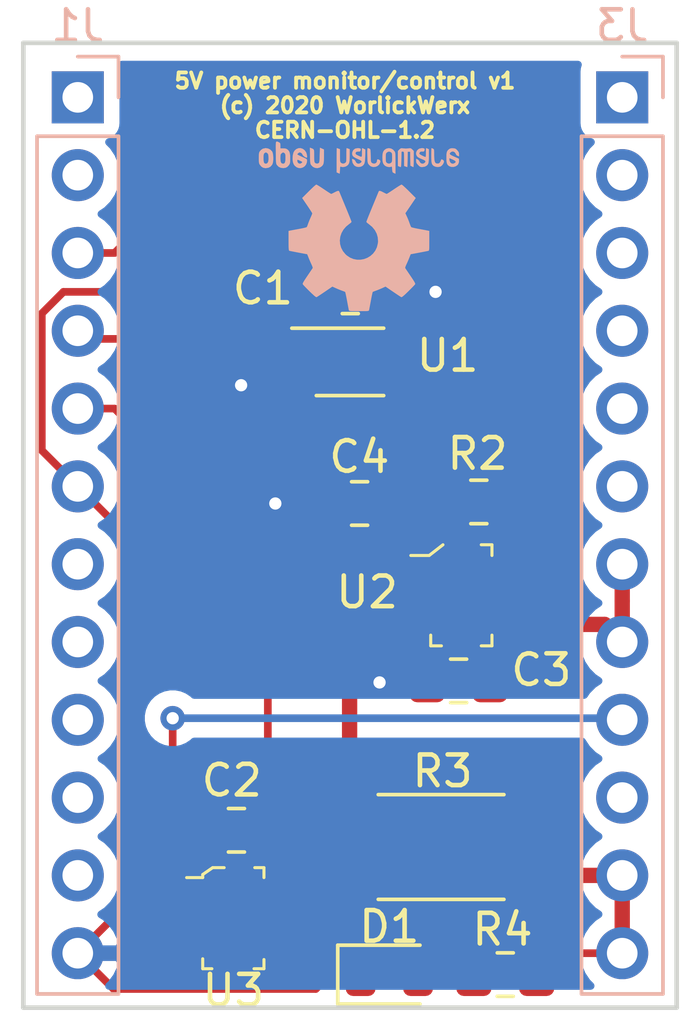
<source format=kicad_pcb>
(kicad_pcb (version 20171130) (host pcbnew "(5.1.5-0-10_14)")

  (general
    (thickness 1.6)
    (drawings 5)
    (tracks 98)
    (zones 0)
    (modules 14)
    (nets 27)
  )

  (page A4)
  (layers
    (0 F.Cu signal)
    (31 B.Cu signal)
    (32 B.Adhes user)
    (33 F.Adhes user)
    (34 B.Paste user)
    (35 F.Paste user)
    (36 B.SilkS user)
    (37 F.SilkS user)
    (38 B.Mask user)
    (39 F.Mask user)
    (40 Dwgs.User user)
    (41 Cmts.User user)
    (42 Eco1.User user)
    (43 Eco2.User user)
    (44 Edge.Cuts user)
    (45 Margin user)
    (46 B.CrtYd user)
    (47 F.CrtYd user)
    (48 B.Fab user)
    (49 F.Fab user)
  )

  (setup
    (last_trace_width 0.25)
    (trace_clearance 0.2)
    (zone_clearance 0.508)
    (zone_45_only no)
    (trace_min 0.2)
    (via_size 0.8)
    (via_drill 0.4)
    (via_min_size 0.4)
    (via_min_drill 0.3)
    (uvia_size 0.3)
    (uvia_drill 0.1)
    (uvias_allowed no)
    (uvia_min_size 0.2)
    (uvia_min_drill 0.1)
    (edge_width 0.05)
    (segment_width 0.2)
    (pcb_text_width 0.3)
    (pcb_text_size 1.5 1.5)
    (mod_edge_width 0.12)
    (mod_text_size 1 1)
    (mod_text_width 0.15)
    (pad_size 1.524 1.524)
    (pad_drill 0.762)
    (pad_to_mask_clearance 0.051)
    (solder_mask_min_width 0.25)
    (aux_axis_origin 0 0)
    (visible_elements FFFFFF7F)
    (pcbplotparams
      (layerselection 0x010fc_ffffffff)
      (usegerberextensions false)
      (usegerberattributes false)
      (usegerberadvancedattributes false)
      (creategerberjobfile false)
      (excludeedgelayer true)
      (linewidth 0.100000)
      (plotframeref false)
      (viasonmask false)
      (mode 1)
      (useauxorigin false)
      (hpglpennumber 1)
      (hpglpenspeed 20)
      (hpglpendiameter 15.000000)
      (psnegative false)
      (psa4output false)
      (plotreference true)
      (plotvalue true)
      (plotinvisibletext false)
      (padsonsilk false)
      (subtractmaskfromsilk false)
      (outputformat 1)
      (mirror false)
      (drillshape 1)
      (scaleselection 1)
      (outputdirectory ""))
  )

  (net 0 "")
  (net 1 GND)
  (net 2 VCC)
  (net 3 +5V)
  (net 4 "Net-(D1-Pad2)")
  (net 5 "Net-(J1-Pad11)")
  (net 6 "Net-(J1-Pad10)")
  (net 7 "Net-(J1-Pad9)")
  (net 8 "Net-(J1-Pad8)")
  (net 9 "Net-(J1-Pad7)")
  (net 10 /~RESET~)
  (net 11 /PWR_TOGGLE)
  (net 12 /PWR_STATE)
  (net 13 "Net-(J1-Pad2)")
  (net 14 /PWR_5V_OUT)
  (net 15 "Net-(J3-Pad10)")
  (net 16 /PWR_MEAS)
  (net 17 "Net-(J3-Pad5)")
  (net 18 "Net-(J3-Pad4)")
  (net 19 "Net-(J3-Pad3)")
  (net 20 "Net-(R2-Pad1)")
  (net 21 "Net-(R3-Pad2)")
  (net 22 "Net-(U1-Pad2)")
  (net 23 "Net-(J3-Pad2)")
  (net 24 "Net-(J3-Pad1)")
  (net 25 "Net-(J1-Pad1)")
  (net 26 "Net-(J3-Pad6)")

  (net_class Default "This is the default net class."
    (clearance 0.2)
    (trace_width 0.25)
    (via_dia 0.8)
    (via_drill 0.4)
    (uvia_dia 0.3)
    (uvia_drill 0.1)
    (add_net +5V)
    (add_net /PWR_5V_OUT)
    (add_net /PWR_MEAS)
    (add_net /PWR_STATE)
    (add_net /PWR_TOGGLE)
    (add_net /~RESET~)
    (add_net GND)
    (add_net "Net-(D1-Pad2)")
    (add_net "Net-(J1-Pad1)")
    (add_net "Net-(J1-Pad10)")
    (add_net "Net-(J1-Pad11)")
    (add_net "Net-(J1-Pad2)")
    (add_net "Net-(J1-Pad7)")
    (add_net "Net-(J1-Pad8)")
    (add_net "Net-(J1-Pad9)")
    (add_net "Net-(J3-Pad1)")
    (add_net "Net-(J3-Pad10)")
    (add_net "Net-(J3-Pad2)")
    (add_net "Net-(J3-Pad3)")
    (add_net "Net-(J3-Pad4)")
    (add_net "Net-(J3-Pad5)")
    (add_net "Net-(J3-Pad6)")
    (add_net "Net-(R2-Pad1)")
    (add_net "Net-(R3-Pad2)")
    (add_net "Net-(U1-Pad2)")
    (add_net VCC)
  )

  (module Symbol:OSHW-Logo2_7.3x6mm_SilkScreen (layer B.Cu) (tedit 0) (tstamp 5E4C16AD)
    (at 111.7981 77.3684)
    (descr "Open Source Hardware Symbol")
    (tags "Logo Symbol OSHW")
    (attr virtual)
    (fp_text reference REF** (at 0 0) (layer B.SilkS) hide
      (effects (font (size 1 1) (thickness 0.15)) (justify mirror))
    )
    (fp_text value OSHW-Logo2_7.3x6mm_SilkScreen (at 0.75 0) (layer B.Fab) hide
      (effects (font (size 1 1) (thickness 0.15)) (justify mirror))
    )
    (fp_poly (pts (xy 0.10391 2.757652) (xy 0.182454 2.757222) (xy 0.239298 2.756058) (xy 0.278105 2.753793)
      (xy 0.302538 2.75006) (xy 0.316262 2.744494) (xy 0.32294 2.736727) (xy 0.326236 2.726395)
      (xy 0.326556 2.725057) (xy 0.331562 2.700921) (xy 0.340829 2.653299) (xy 0.353392 2.587259)
      (xy 0.368287 2.507872) (xy 0.384551 2.420204) (xy 0.385119 2.417125) (xy 0.40141 2.331211)
      (xy 0.416652 2.255304) (xy 0.429861 2.193955) (xy 0.440054 2.151718) (xy 0.446248 2.133145)
      (xy 0.446543 2.132816) (xy 0.464788 2.123747) (xy 0.502405 2.108633) (xy 0.551271 2.090738)
      (xy 0.551543 2.090642) (xy 0.613093 2.067507) (xy 0.685657 2.038035) (xy 0.754057 2.008403)
      (xy 0.757294 2.006938) (xy 0.868702 1.956374) (xy 1.115399 2.12484) (xy 1.191077 2.176197)
      (xy 1.259631 2.222111) (xy 1.317088 2.25997) (xy 1.359476 2.287163) (xy 1.382825 2.301079)
      (xy 1.385042 2.302111) (xy 1.40201 2.297516) (xy 1.433701 2.275345) (xy 1.481352 2.234553)
      (xy 1.546198 2.174095) (xy 1.612397 2.109773) (xy 1.676214 2.046388) (xy 1.733329 1.988549)
      (xy 1.780305 1.939825) (xy 1.813703 1.90379) (xy 1.830085 1.884016) (xy 1.830694 1.882998)
      (xy 1.832505 1.869428) (xy 1.825683 1.847267) (xy 1.80854 1.813522) (xy 1.779393 1.7652)
      (xy 1.736555 1.699308) (xy 1.679448 1.614483) (xy 1.628766 1.539823) (xy 1.583461 1.47286)
      (xy 1.54615 1.417484) (xy 1.519452 1.37758) (xy 1.505985 1.357038) (xy 1.505137 1.355644)
      (xy 1.506781 1.335962) (xy 1.519245 1.297707) (xy 1.540048 1.248111) (xy 1.547462 1.232272)
      (xy 1.579814 1.16171) (xy 1.614328 1.081647) (xy 1.642365 1.012371) (xy 1.662568 0.960955)
      (xy 1.678615 0.921881) (xy 1.687888 0.901459) (xy 1.689041 0.899886) (xy 1.706096 0.897279)
      (xy 1.746298 0.890137) (xy 1.804302 0.879477) (xy 1.874763 0.866315) (xy 1.952335 0.851667)
      (xy 2.031672 0.836551) (xy 2.107431 0.821982) (xy 2.174264 0.808978) (xy 2.226828 0.798555)
      (xy 2.259776 0.79173) (xy 2.267857 0.789801) (xy 2.276205 0.785038) (xy 2.282506 0.774282)
      (xy 2.287045 0.753902) (xy 2.290104 0.720266) (xy 2.291967 0.669745) (xy 2.292918 0.598708)
      (xy 2.29324 0.503524) (xy 2.293257 0.464508) (xy 2.293257 0.147201) (xy 2.217057 0.132161)
      (xy 2.174663 0.124005) (xy 2.1114 0.112101) (xy 2.034962 0.097884) (xy 1.953043 0.08279)
      (xy 1.9304 0.078645) (xy 1.854806 0.063947) (xy 1.788953 0.049495) (xy 1.738366 0.036625)
      (xy 1.708574 0.026678) (xy 1.703612 0.023713) (xy 1.691426 0.002717) (xy 1.673953 -0.037967)
      (xy 1.654577 -0.090322) (xy 1.650734 -0.1016) (xy 1.625339 -0.171523) (xy 1.593817 -0.250418)
      (xy 1.562969 -0.321266) (xy 1.562817 -0.321595) (xy 1.511447 -0.432733) (xy 1.680399 -0.681253)
      (xy 1.849352 -0.929772) (xy 1.632429 -1.147058) (xy 1.566819 -1.211726) (xy 1.506979 -1.268733)
      (xy 1.456267 -1.315033) (xy 1.418046 -1.347584) (xy 1.395675 -1.363343) (xy 1.392466 -1.364343)
      (xy 1.373626 -1.356469) (xy 1.33518 -1.334578) (xy 1.28133 -1.301267) (xy 1.216276 -1.259131)
      (xy 1.14594 -1.211943) (xy 1.074555 -1.16381) (xy 1.010908 -1.121928) (xy 0.959041 -1.088871)
      (xy 0.922995 -1.067218) (xy 0.906867 -1.059543) (xy 0.887189 -1.066037) (xy 0.849875 -1.08315)
      (xy 0.802621 -1.107326) (xy 0.797612 -1.110013) (xy 0.733977 -1.141927) (xy 0.690341 -1.157579)
      (xy 0.663202 -1.157745) (xy 0.649057 -1.143204) (xy 0.648975 -1.143) (xy 0.641905 -1.125779)
      (xy 0.625042 -1.084899) (xy 0.599695 -1.023525) (xy 0.567171 -0.944819) (xy 0.528778 -0.851947)
      (xy 0.485822 -0.748072) (xy 0.444222 -0.647502) (xy 0.398504 -0.536516) (xy 0.356526 -0.433703)
      (xy 0.319548 -0.342215) (xy 0.288827 -0.265201) (xy 0.265622 -0.205815) (xy 0.25119 -0.167209)
      (xy 0.246743 -0.1528) (xy 0.257896 -0.136272) (xy 0.287069 -0.10993) (xy 0.325971 -0.080887)
      (xy 0.436757 0.010961) (xy 0.523351 0.116241) (xy 0.584716 0.232734) (xy 0.619815 0.358224)
      (xy 0.627608 0.490493) (xy 0.621943 0.551543) (xy 0.591078 0.678205) (xy 0.53792 0.790059)
      (xy 0.465767 0.885999) (xy 0.377917 0.964924) (xy 0.277665 1.02573) (xy 0.16831 1.067313)
      (xy 0.053147 1.088572) (xy -0.064525 1.088401) (xy -0.18141 1.065699) (xy -0.294211 1.019362)
      (xy -0.399631 0.948287) (xy -0.443632 0.908089) (xy -0.528021 0.804871) (xy -0.586778 0.692075)
      (xy -0.620296 0.57299) (xy -0.628965 0.450905) (xy -0.613177 0.329107) (xy -0.573322 0.210884)
      (xy -0.509793 0.099525) (xy -0.422979 -0.001684) (xy -0.325971 -0.080887) (xy -0.285563 -0.111162)
      (xy -0.257018 -0.137219) (xy -0.246743 -0.152825) (xy -0.252123 -0.169843) (xy -0.267425 -0.2105)
      (xy -0.291388 -0.271642) (xy -0.322756 -0.350119) (xy -0.360268 -0.44278) (xy -0.402667 -0.546472)
      (xy -0.444337 -0.647526) (xy -0.49031 -0.758607) (xy -0.532893 -0.861541) (xy -0.570779 -0.953165)
      (xy -0.60266 -1.030316) (xy -0.627229 -1.089831) (xy -0.64318 -1.128544) (xy -0.64909 -1.143)
      (xy -0.663052 -1.157685) (xy -0.69006 -1.157642) (xy -0.733587 -1.142099) (xy -0.79711 -1.110284)
      (xy -0.797612 -1.110013) (xy -0.84544 -1.085323) (xy -0.884103 -1.067338) (xy -0.905905 -1.059614)
      (xy -0.906867 -1.059543) (xy -0.923279 -1.067378) (xy -0.959513 -1.089165) (xy -1.011526 -1.122328)
      (xy -1.075275 -1.164291) (xy -1.14594 -1.211943) (xy -1.217884 -1.260191) (xy -1.282726 -1.302151)
      (xy -1.336265 -1.335227) (xy -1.374303 -1.356821) (xy -1.392467 -1.364343) (xy -1.409192 -1.354457)
      (xy -1.44282 -1.326826) (xy -1.48999 -1.284495) (xy -1.547342 -1.230505) (xy -1.611516 -1.167899)
      (xy -1.632503 -1.146983) (xy -1.849501 -0.929623) (xy -1.684332 -0.68722) (xy -1.634136 -0.612781)
      (xy -1.590081 -0.545972) (xy -1.554638 -0.490665) (xy -1.530281 -0.450729) (xy -1.519478 -0.430036)
      (xy -1.519162 -0.428563) (xy -1.524857 -0.409058) (xy -1.540174 -0.369822) (xy -1.562463 -0.31743)
      (xy -1.578107 -0.282355) (xy -1.607359 -0.215201) (xy -1.634906 -0.147358) (xy -1.656263 -0.090034)
      (xy -1.662065 -0.072572) (xy -1.678548 -0.025938) (xy -1.69466 0.010095) (xy -1.70351 0.023713)
      (xy -1.72304 0.032048) (xy -1.765666 0.043863) (xy -1.825855 0.057819) (xy -1.898078 0.072578)
      (xy -1.9304 0.078645) (xy -2.012478 0.093727) (xy -2.091205 0.108331) (xy -2.158891 0.12102)
      (xy -2.20784 0.130358) (xy -2.217057 0.132161) (xy -2.293257 0.147201) (xy -2.293257 0.464508)
      (xy -2.293086 0.568846) (xy -2.292384 0.647787) (xy -2.290866 0.704962) (xy -2.288251 0.744001)
      (xy -2.284254 0.768535) (xy -2.278591 0.782195) (xy -2.27098 0.788611) (xy -2.267857 0.789801)
      (xy -2.249022 0.79402) (xy -2.207412 0.802438) (xy -2.14837 0.814039) (xy -2.077243 0.827805)
      (xy -1.999375 0.84272) (xy -1.920113 0.857768) (xy -1.844802 0.871931) (xy -1.778787 0.884194)
      (xy -1.727413 0.893539) (xy -1.696025 0.89895) (xy -1.689041 0.899886) (xy -1.682715 0.912404)
      (xy -1.66871 0.945754) (xy -1.649645 0.993623) (xy -1.642366 1.012371) (xy -1.613004 1.084805)
      (xy -1.578429 1.16483) (xy -1.547463 1.232272) (xy -1.524677 1.283841) (xy -1.509518 1.326215)
      (xy -1.504458 1.352166) (xy -1.505264 1.355644) (xy -1.515959 1.372064) (xy -1.54038 1.408583)
      (xy -1.575905 1.461313) (xy -1.619913 1.526365) (xy -1.669783 1.599849) (xy -1.679644 1.614355)
      (xy -1.737508 1.700296) (xy -1.780044 1.765739) (xy -1.808946 1.813696) (xy -1.82591 1.84718)
      (xy -1.832633 1.869205) (xy -1.83081 1.882783) (xy -1.830764 1.882869) (xy -1.816414 1.900703)
      (xy -1.784677 1.935183) (xy -1.73899 1.982732) (xy -1.682796 2.039778) (xy -1.619532 2.102745)
      (xy -1.612398 2.109773) (xy -1.53267 2.18698) (xy -1.471143 2.24367) (xy -1.426579 2.28089)
      (xy -1.397743 2.299685) (xy -1.385042 2.302111) (xy -1.366506 2.291529) (xy -1.328039 2.267084)
      (xy -1.273614 2.231388) (xy -1.207202 2.187053) (xy -1.132775 2.136689) (xy -1.115399 2.12484)
      (xy -0.868703 1.956374) (xy -0.757294 2.006938) (xy -0.689543 2.036405) (xy -0.616817 2.066041)
      (xy -0.554297 2.08967) (xy -0.551543 2.090642) (xy -0.50264 2.108543) (xy -0.464943 2.12368)
      (xy -0.446575 2.13279) (xy -0.446544 2.132816) (xy -0.440715 2.149283) (xy -0.430808 2.189781)
      (xy -0.417805 2.249758) (xy -0.402691 2.32466) (xy -0.386448 2.409936) (xy -0.385119 2.417125)
      (xy -0.368825 2.504986) (xy -0.353867 2.58474) (xy -0.341209 2.651319) (xy -0.331814 2.699653)
      (xy -0.326646 2.724675) (xy -0.326556 2.725057) (xy -0.323411 2.735701) (xy -0.317296 2.743738)
      (xy -0.304547 2.749533) (xy -0.2815 2.753453) (xy -0.244491 2.755865) (xy -0.189856 2.757135)
      (xy -0.113933 2.757629) (xy -0.013056 2.757714) (xy 0 2.757714) (xy 0.10391 2.757652)) (layer B.SilkS) (width 0.01))
    (fp_poly (pts (xy 3.153595 -1.966966) (xy 3.211021 -2.004497) (xy 3.238719 -2.038096) (xy 3.260662 -2.099064)
      (xy 3.262405 -2.147308) (xy 3.258457 -2.211816) (xy 3.109686 -2.276934) (xy 3.037349 -2.310202)
      (xy 2.990084 -2.336964) (xy 2.965507 -2.360144) (xy 2.961237 -2.382667) (xy 2.974889 -2.407455)
      (xy 2.989943 -2.423886) (xy 3.033746 -2.450235) (xy 3.081389 -2.452081) (xy 3.125145 -2.431546)
      (xy 3.157289 -2.390752) (xy 3.163038 -2.376347) (xy 3.190576 -2.331356) (xy 3.222258 -2.312182)
      (xy 3.265714 -2.295779) (xy 3.265714 -2.357966) (xy 3.261872 -2.400283) (xy 3.246823 -2.435969)
      (xy 3.21528 -2.476943) (xy 3.210592 -2.482267) (xy 3.175506 -2.51872) (xy 3.145347 -2.538283)
      (xy 3.107615 -2.547283) (xy 3.076335 -2.55023) (xy 3.020385 -2.550965) (xy 2.980555 -2.54166)
      (xy 2.955708 -2.527846) (xy 2.916656 -2.497467) (xy 2.889625 -2.464613) (xy 2.872517 -2.423294)
      (xy 2.863238 -2.367521) (xy 2.859693 -2.291305) (xy 2.85941 -2.252622) (xy 2.860372 -2.206247)
      (xy 2.948007 -2.206247) (xy 2.949023 -2.231126) (xy 2.951556 -2.2352) (xy 2.968274 -2.229665)
      (xy 3.004249 -2.215017) (xy 3.052331 -2.19419) (xy 3.062386 -2.189714) (xy 3.123152 -2.158814)
      (xy 3.156632 -2.131657) (xy 3.16399 -2.10622) (xy 3.146391 -2.080481) (xy 3.131856 -2.069109)
      (xy 3.07941 -2.046364) (xy 3.030322 -2.050122) (xy 2.989227 -2.077884) (xy 2.960758 -2.127152)
      (xy 2.951631 -2.166257) (xy 2.948007 -2.206247) (xy 2.860372 -2.206247) (xy 2.861285 -2.162249)
      (xy 2.868196 -2.095384) (xy 2.881884 -2.046695) (xy 2.904096 -2.010849) (xy 2.936574 -1.982513)
      (xy 2.950733 -1.973355) (xy 3.015053 -1.949507) (xy 3.085473 -1.948006) (xy 3.153595 -1.966966)) (layer B.SilkS) (width 0.01))
    (fp_poly (pts (xy 2.6526 -1.958752) (xy 2.669948 -1.966334) (xy 2.711356 -1.999128) (xy 2.746765 -2.046547)
      (xy 2.768664 -2.097151) (xy 2.772229 -2.122098) (xy 2.760279 -2.156927) (xy 2.734067 -2.175357)
      (xy 2.705964 -2.186516) (xy 2.693095 -2.188572) (xy 2.686829 -2.173649) (xy 2.674456 -2.141175)
      (xy 2.669028 -2.126502) (xy 2.63859 -2.075744) (xy 2.59452 -2.050427) (xy 2.53801 -2.051206)
      (xy 2.533825 -2.052203) (xy 2.503655 -2.066507) (xy 2.481476 -2.094393) (xy 2.466327 -2.139287)
      (xy 2.45725 -2.204615) (xy 2.453286 -2.293804) (xy 2.452914 -2.341261) (xy 2.45273 -2.416071)
      (xy 2.451522 -2.467069) (xy 2.448309 -2.499471) (xy 2.442109 -2.518495) (xy 2.43194 -2.529356)
      (xy 2.416819 -2.537272) (xy 2.415946 -2.53767) (xy 2.386828 -2.549981) (xy 2.372403 -2.554514)
      (xy 2.370186 -2.540809) (xy 2.368289 -2.502925) (xy 2.366847 -2.445715) (xy 2.365998 -2.374027)
      (xy 2.365829 -2.321565) (xy 2.366692 -2.220047) (xy 2.37007 -2.143032) (xy 2.377142 -2.086023)
      (xy 2.389088 -2.044526) (xy 2.40709 -2.014043) (xy 2.432327 -1.99008) (xy 2.457247 -1.973355)
      (xy 2.517171 -1.951097) (xy 2.586911 -1.946076) (xy 2.6526 -1.958752)) (layer B.SilkS) (width 0.01))
    (fp_poly (pts (xy 2.144876 -1.956335) (xy 2.186667 -1.975344) (xy 2.219469 -1.998378) (xy 2.243503 -2.024133)
      (xy 2.260097 -2.057358) (xy 2.270577 -2.1028) (xy 2.276271 -2.165207) (xy 2.278507 -2.249327)
      (xy 2.278743 -2.304721) (xy 2.278743 -2.520826) (xy 2.241774 -2.53767) (xy 2.212656 -2.549981)
      (xy 2.198231 -2.554514) (xy 2.195472 -2.541025) (xy 2.193282 -2.504653) (xy 2.191942 -2.451542)
      (xy 2.191657 -2.409372) (xy 2.190434 -2.348447) (xy 2.187136 -2.300115) (xy 2.182321 -2.270518)
      (xy 2.178496 -2.264229) (xy 2.152783 -2.270652) (xy 2.112418 -2.287125) (xy 2.065679 -2.309458)
      (xy 2.020845 -2.333457) (xy 1.986193 -2.35493) (xy 1.970002 -2.369685) (xy 1.969938 -2.369845)
      (xy 1.97133 -2.397152) (xy 1.983818 -2.423219) (xy 2.005743 -2.444392) (xy 2.037743 -2.451474)
      (xy 2.065092 -2.450649) (xy 2.103826 -2.450042) (xy 2.124158 -2.459116) (xy 2.136369 -2.483092)
      (xy 2.137909 -2.487613) (xy 2.143203 -2.521806) (xy 2.129047 -2.542568) (xy 2.092148 -2.552462)
      (xy 2.052289 -2.554292) (xy 1.980562 -2.540727) (xy 1.943432 -2.521355) (xy 1.897576 -2.475845)
      (xy 1.873256 -2.419983) (xy 1.871073 -2.360957) (xy 1.891629 -2.305953) (xy 1.922549 -2.271486)
      (xy 1.95342 -2.252189) (xy 2.001942 -2.227759) (xy 2.058485 -2.202985) (xy 2.06791 -2.199199)
      (xy 2.130019 -2.171791) (xy 2.165822 -2.147634) (xy 2.177337 -2.123619) (xy 2.16658 -2.096635)
      (xy 2.148114 -2.075543) (xy 2.104469 -2.049572) (xy 2.056446 -2.047624) (xy 2.012406 -2.067637)
      (xy 1.980709 -2.107551) (xy 1.976549 -2.117848) (xy 1.952327 -2.155724) (xy 1.916965 -2.183842)
      (xy 1.872343 -2.206917) (xy 1.872343 -2.141485) (xy 1.874969 -2.101506) (xy 1.88623 -2.069997)
      (xy 1.911199 -2.036378) (xy 1.935169 -2.010484) (xy 1.972441 -1.973817) (xy 2.001401 -1.954121)
      (xy 2.032505 -1.94622) (xy 2.067713 -1.944914) (xy 2.144876 -1.956335)) (layer B.SilkS) (width 0.01))
    (fp_poly (pts (xy 1.779833 -1.958663) (xy 1.782048 -1.99685) (xy 1.783784 -2.054886) (xy 1.784899 -2.12818)
      (xy 1.785257 -2.205055) (xy 1.785257 -2.465196) (xy 1.739326 -2.511127) (xy 1.707675 -2.539429)
      (xy 1.67989 -2.550893) (xy 1.641915 -2.550168) (xy 1.62684 -2.548321) (xy 1.579726 -2.542948)
      (xy 1.540756 -2.539869) (xy 1.531257 -2.539585) (xy 1.499233 -2.541445) (xy 1.453432 -2.546114)
      (xy 1.435674 -2.548321) (xy 1.392057 -2.551735) (xy 1.362745 -2.54432) (xy 1.33368 -2.521427)
      (xy 1.323188 -2.511127) (xy 1.277257 -2.465196) (xy 1.277257 -1.978602) (xy 1.314226 -1.961758)
      (xy 1.346059 -1.949282) (xy 1.364683 -1.944914) (xy 1.369458 -1.958718) (xy 1.373921 -1.997286)
      (xy 1.377775 -2.056356) (xy 1.380722 -2.131663) (xy 1.382143 -2.195286) (xy 1.386114 -2.445657)
      (xy 1.420759 -2.450556) (xy 1.452268 -2.447131) (xy 1.467708 -2.436041) (xy 1.472023 -2.415308)
      (xy 1.475708 -2.371145) (xy 1.478469 -2.309146) (xy 1.480012 -2.234909) (xy 1.480235 -2.196706)
      (xy 1.480457 -1.976783) (xy 1.526166 -1.960849) (xy 1.558518 -1.950015) (xy 1.576115 -1.944962)
      (xy 1.576623 -1.944914) (xy 1.578388 -1.958648) (xy 1.580329 -1.99673) (xy 1.582282 -2.054482)
      (xy 1.584084 -2.127227) (xy 1.585343 -2.195286) (xy 1.589314 -2.445657) (xy 1.6764 -2.445657)
      (xy 1.680396 -2.21724) (xy 1.684392 -1.988822) (xy 1.726847 -1.966868) (xy 1.758192 -1.951793)
      (xy 1.776744 -1.944951) (xy 1.777279 -1.944914) (xy 1.779833 -1.958663)) (layer B.SilkS) (width 0.01))
    (fp_poly (pts (xy 1.190117 -2.065358) (xy 1.189933 -2.173837) (xy 1.189219 -2.257287) (xy 1.187675 -2.319704)
      (xy 1.185001 -2.365085) (xy 1.180894 -2.397429) (xy 1.175055 -2.420733) (xy 1.167182 -2.438995)
      (xy 1.161221 -2.449418) (xy 1.111855 -2.505945) (xy 1.049264 -2.541377) (xy 0.980013 -2.55409)
      (xy 0.910668 -2.542463) (xy 0.869375 -2.521568) (xy 0.826025 -2.485422) (xy 0.796481 -2.441276)
      (xy 0.778655 -2.383462) (xy 0.770463 -2.306313) (xy 0.769302 -2.249714) (xy 0.769458 -2.245647)
      (xy 0.870857 -2.245647) (xy 0.871476 -2.31055) (xy 0.874314 -2.353514) (xy 0.88084 -2.381622)
      (xy 0.892523 -2.401953) (xy 0.906483 -2.417288) (xy 0.953365 -2.44689) (xy 1.003701 -2.449419)
      (xy 1.051276 -2.424705) (xy 1.054979 -2.421356) (xy 1.070783 -2.403935) (xy 1.080693 -2.383209)
      (xy 1.086058 -2.352362) (xy 1.088228 -2.304577) (xy 1.088571 -2.251748) (xy 1.087827 -2.185381)
      (xy 1.084748 -2.141106) (xy 1.078061 -2.112009) (xy 1.066496 -2.091173) (xy 1.057013 -2.080107)
      (xy 1.01296 -2.052198) (xy 0.962224 -2.048843) (xy 0.913796 -2.070159) (xy 0.90445 -2.078073)
      (xy 0.88854 -2.095647) (xy 0.87861 -2.116587) (xy 0.873278 -2.147782) (xy 0.871163 -2.196122)
      (xy 0.870857 -2.245647) (xy 0.769458 -2.245647) (xy 0.77281 -2.158568) (xy 0.784726 -2.090086)
      (xy 0.807135 -2.0386) (xy 0.842124 -1.998443) (xy 0.869375 -1.977861) (xy 0.918907 -1.955625)
      (xy 0.976316 -1.945304) (xy 1.029682 -1.948067) (xy 1.059543 -1.959212) (xy 1.071261 -1.962383)
      (xy 1.079037 -1.950557) (xy 1.084465 -1.918866) (xy 1.088571 -1.870593) (xy 1.093067 -1.816829)
      (xy 1.099313 -1.784482) (xy 1.110676 -1.765985) (xy 1.130528 -1.75377) (xy 1.143 -1.748362)
      (xy 1.190171 -1.728601) (xy 1.190117 -2.065358)) (layer B.SilkS) (width 0.01))
    (fp_poly (pts (xy 0.529926 -1.949755) (xy 0.595858 -1.974084) (xy 0.649273 -2.017117) (xy 0.670164 -2.047409)
      (xy 0.692939 -2.102994) (xy 0.692466 -2.143186) (xy 0.668562 -2.170217) (xy 0.659717 -2.174813)
      (xy 0.62153 -2.189144) (xy 0.602028 -2.185472) (xy 0.595422 -2.161407) (xy 0.595086 -2.148114)
      (xy 0.582992 -2.09921) (xy 0.551471 -2.064999) (xy 0.507659 -2.048476) (xy 0.458695 -2.052634)
      (xy 0.418894 -2.074227) (xy 0.40545 -2.086544) (xy 0.395921 -2.101487) (xy 0.389485 -2.124075)
      (xy 0.385317 -2.159328) (xy 0.382597 -2.212266) (xy 0.380502 -2.287907) (xy 0.37996 -2.311857)
      (xy 0.377981 -2.39379) (xy 0.375731 -2.451455) (xy 0.372357 -2.489608) (xy 0.367006 -2.513004)
      (xy 0.358824 -2.526398) (xy 0.346959 -2.534545) (xy 0.339362 -2.538144) (xy 0.307102 -2.550452)
      (xy 0.288111 -2.554514) (xy 0.281836 -2.540948) (xy 0.278006 -2.499934) (xy 0.2766 -2.430999)
      (xy 0.277598 -2.333669) (xy 0.277908 -2.318657) (xy 0.280101 -2.229859) (xy 0.282693 -2.165019)
      (xy 0.286382 -2.119067) (xy 0.291864 -2.086935) (xy 0.299835 -2.063553) (xy 0.310993 -2.043852)
      (xy 0.31683 -2.03541) (xy 0.350296 -1.998057) (xy 0.387727 -1.969003) (xy 0.392309 -1.966467)
      (xy 0.459426 -1.946443) (xy 0.529926 -1.949755)) (layer B.SilkS) (width 0.01))
    (fp_poly (pts (xy 0.039744 -1.950968) (xy 0.096616 -1.972087) (xy 0.097267 -1.972493) (xy 0.13244 -1.99838)
      (xy 0.158407 -2.028633) (xy 0.17667 -2.068058) (xy 0.188732 -2.121462) (xy 0.196096 -2.193651)
      (xy 0.200264 -2.289432) (xy 0.200629 -2.303078) (xy 0.205876 -2.508842) (xy 0.161716 -2.531678)
      (xy 0.129763 -2.54711) (xy 0.11047 -2.554423) (xy 0.109578 -2.554514) (xy 0.106239 -2.541022)
      (xy 0.103587 -2.504626) (xy 0.101956 -2.451452) (xy 0.1016 -2.408393) (xy 0.101592 -2.338641)
      (xy 0.098403 -2.294837) (xy 0.087288 -2.273944) (xy 0.063501 -2.272925) (xy 0.022296 -2.288741)
      (xy -0.039914 -2.317815) (xy -0.085659 -2.341963) (xy -0.109187 -2.362913) (xy -0.116104 -2.385747)
      (xy -0.116114 -2.386877) (xy -0.104701 -2.426212) (xy -0.070908 -2.447462) (xy -0.019191 -2.450539)
      (xy 0.018061 -2.450006) (xy 0.037703 -2.460735) (xy 0.049952 -2.486505) (xy 0.057002 -2.519337)
      (xy 0.046842 -2.537966) (xy 0.043017 -2.540632) (xy 0.007001 -2.55134) (xy -0.043434 -2.552856)
      (xy -0.095374 -2.545759) (xy -0.132178 -2.532788) (xy -0.183062 -2.489585) (xy -0.211986 -2.429446)
      (xy -0.217714 -2.382462) (xy -0.213343 -2.340082) (xy -0.197525 -2.305488) (xy -0.166203 -2.274763)
      (xy -0.115322 -2.24399) (xy -0.040824 -2.209252) (xy -0.036286 -2.207288) (xy 0.030821 -2.176287)
      (xy 0.072232 -2.150862) (xy 0.089981 -2.128014) (xy 0.086107 -2.104745) (xy 0.062643 -2.078056)
      (xy 0.055627 -2.071914) (xy 0.00863 -2.0481) (xy -0.040067 -2.049103) (xy -0.082478 -2.072451)
      (xy -0.110616 -2.115675) (xy -0.113231 -2.12416) (xy -0.138692 -2.165308) (xy -0.170999 -2.185128)
      (xy -0.217714 -2.20477) (xy -0.217714 -2.15395) (xy -0.203504 -2.080082) (xy -0.161325 -2.012327)
      (xy -0.139376 -1.989661) (xy -0.089483 -1.960569) (xy -0.026033 -1.9474) (xy 0.039744 -1.950968)) (layer B.SilkS) (width 0.01))
    (fp_poly (pts (xy -0.624114 -1.851289) (xy -0.619861 -1.910613) (xy -0.614975 -1.945572) (xy -0.608205 -1.96082)
      (xy -0.598298 -1.961015) (xy -0.595086 -1.959195) (xy -0.552356 -1.946015) (xy -0.496773 -1.946785)
      (xy -0.440263 -1.960333) (xy -0.404918 -1.977861) (xy -0.368679 -2.005861) (xy -0.342187 -2.037549)
      (xy -0.324001 -2.077813) (xy -0.312678 -2.131543) (xy -0.306778 -2.203626) (xy -0.304857 -2.298951)
      (xy -0.304823 -2.317237) (xy -0.3048 -2.522646) (xy -0.350509 -2.53858) (xy -0.382973 -2.54942)
      (xy -0.400785 -2.554468) (xy -0.401309 -2.554514) (xy -0.403063 -2.540828) (xy -0.404556 -2.503076)
      (xy -0.405674 -2.446224) (xy -0.406303 -2.375234) (xy -0.4064 -2.332073) (xy -0.406602 -2.246973)
      (xy -0.407642 -2.185981) (xy -0.410169 -2.144177) (xy -0.414836 -2.116642) (xy -0.422293 -2.098456)
      (xy -0.433189 -2.084698) (xy -0.439993 -2.078073) (xy -0.486728 -2.051375) (xy -0.537728 -2.049375)
      (xy -0.583999 -2.071955) (xy -0.592556 -2.080107) (xy -0.605107 -2.095436) (xy -0.613812 -2.113618)
      (xy -0.619369 -2.139909) (xy -0.622474 -2.179562) (xy -0.623824 -2.237832) (xy -0.624114 -2.318173)
      (xy -0.624114 -2.522646) (xy -0.669823 -2.53858) (xy -0.702287 -2.54942) (xy -0.720099 -2.554468)
      (xy -0.720623 -2.554514) (xy -0.721963 -2.540623) (xy -0.723172 -2.501439) (xy -0.724199 -2.4407)
      (xy -0.724998 -2.362141) (xy -0.725519 -2.269498) (xy -0.725714 -2.166509) (xy -0.725714 -1.769342)
      (xy -0.678543 -1.749444) (xy -0.631371 -1.729547) (xy -0.624114 -1.851289)) (layer B.SilkS) (width 0.01))
    (fp_poly (pts (xy -1.831697 -1.931239) (xy -1.774473 -1.969735) (xy -1.730251 -2.025335) (xy -1.703833 -2.096086)
      (xy -1.69849 -2.148162) (xy -1.699097 -2.169893) (xy -1.704178 -2.186531) (xy -1.718145 -2.201437)
      (xy -1.745411 -2.217973) (xy -1.790388 -2.239498) (xy -1.857489 -2.269374) (xy -1.857829 -2.269524)
      (xy -1.919593 -2.297813) (xy -1.970241 -2.322933) (xy -2.004596 -2.342179) (xy -2.017482 -2.352848)
      (xy -2.017486 -2.352934) (xy -2.006128 -2.376166) (xy -1.979569 -2.401774) (xy -1.949077 -2.420221)
      (xy -1.93363 -2.423886) (xy -1.891485 -2.411212) (xy -1.855192 -2.379471) (xy -1.837483 -2.344572)
      (xy -1.820448 -2.318845) (xy -1.787078 -2.289546) (xy -1.747851 -2.264235) (xy -1.713244 -2.250471)
      (xy -1.706007 -2.249714) (xy -1.697861 -2.26216) (xy -1.69737 -2.293972) (xy -1.703357 -2.336866)
      (xy -1.714643 -2.382558) (xy -1.73005 -2.422761) (xy -1.730829 -2.424322) (xy -1.777196 -2.489062)
      (xy -1.837289 -2.533097) (xy -1.905535 -2.554711) (xy -1.976362 -2.552185) (xy -2.044196 -2.523804)
      (xy -2.047212 -2.521808) (xy -2.100573 -2.473448) (xy -2.13566 -2.410352) (xy -2.155078 -2.327387)
      (xy -2.157684 -2.304078) (xy -2.162299 -2.194055) (xy -2.156767 -2.142748) (xy -2.017486 -2.142748)
      (xy -2.015676 -2.174753) (xy -2.005778 -2.184093) (xy -1.981102 -2.177105) (xy -1.942205 -2.160587)
      (xy -1.898725 -2.139881) (xy -1.897644 -2.139333) (xy -1.860791 -2.119949) (xy -1.846 -2.107013)
      (xy -1.849647 -2.093451) (xy -1.865005 -2.075632) (xy -1.904077 -2.049845) (xy -1.946154 -2.04795)
      (xy -1.983897 -2.066717) (xy -2.009966 -2.102915) (xy -2.017486 -2.142748) (xy -2.156767 -2.142748)
      (xy -2.152806 -2.106027) (xy -2.12845 -2.036212) (xy -2.094544 -1.987302) (xy -2.033347 -1.937878)
      (xy -1.965937 -1.913359) (xy -1.89712 -1.911797) (xy -1.831697 -1.931239)) (layer B.SilkS) (width 0.01))
    (fp_poly (pts (xy -2.958885 -1.921962) (xy -2.890855 -1.957733) (xy -2.840649 -2.015301) (xy -2.822815 -2.052312)
      (xy -2.808937 -2.107882) (xy -2.801833 -2.178096) (xy -2.80116 -2.254727) (xy -2.806573 -2.329552)
      (xy -2.81773 -2.394342) (xy -2.834286 -2.440873) (xy -2.839374 -2.448887) (xy -2.899645 -2.508707)
      (xy -2.971231 -2.544535) (xy -3.048908 -2.55502) (xy -3.127452 -2.53881) (xy -3.149311 -2.529092)
      (xy -3.191878 -2.499143) (xy -3.229237 -2.459433) (xy -3.232768 -2.454397) (xy -3.247119 -2.430124)
      (xy -3.256606 -2.404178) (xy -3.26221 -2.370022) (xy -3.264914 -2.321119) (xy -3.265701 -2.250935)
      (xy -3.265714 -2.2352) (xy -3.265678 -2.230192) (xy -3.120571 -2.230192) (xy -3.119727 -2.29643)
      (xy -3.116404 -2.340386) (xy -3.109417 -2.368779) (xy -3.097584 -2.388325) (xy -3.091543 -2.394857)
      (xy -3.056814 -2.41968) (xy -3.023097 -2.418548) (xy -2.989005 -2.397016) (xy -2.968671 -2.374029)
      (xy -2.956629 -2.340478) (xy -2.949866 -2.287569) (xy -2.949402 -2.281399) (xy -2.948248 -2.185513)
      (xy -2.960312 -2.114299) (xy -2.98543 -2.068194) (xy -3.02344 -2.047635) (xy -3.037008 -2.046514)
      (xy -3.072636 -2.052152) (xy -3.097006 -2.071686) (xy -3.111907 -2.109042) (xy -3.119125 -2.16815)
      (xy -3.120571 -2.230192) (xy -3.265678 -2.230192) (xy -3.265174 -2.160413) (xy -3.262904 -2.108159)
      (xy -3.257932 -2.071949) (xy -3.249287 -2.045299) (xy -3.235995 -2.021722) (xy -3.233057 -2.017338)
      (xy -3.183687 -1.958249) (xy -3.129891 -1.923947) (xy -3.064398 -1.910331) (xy -3.042158 -1.909665)
      (xy -2.958885 -1.921962)) (layer B.SilkS) (width 0.01))
    (fp_poly (pts (xy -1.283907 -1.92778) (xy -1.237328 -1.954723) (xy -1.204943 -1.981466) (xy -1.181258 -2.009484)
      (xy -1.164941 -2.043748) (xy -1.154661 -2.089227) (xy -1.149086 -2.150892) (xy -1.146884 -2.233711)
      (xy -1.146629 -2.293246) (xy -1.146629 -2.512391) (xy -1.208314 -2.540044) (xy -1.27 -2.567697)
      (xy -1.277257 -2.32767) (xy -1.280256 -2.238028) (xy -1.283402 -2.172962) (xy -1.287299 -2.128026)
      (xy -1.292553 -2.09877) (xy -1.299769 -2.080748) (xy -1.30955 -2.069511) (xy -1.312688 -2.067079)
      (xy -1.360239 -2.048083) (xy -1.408303 -2.0556) (xy -1.436914 -2.075543) (xy -1.448553 -2.089675)
      (xy -1.456609 -2.10822) (xy -1.461729 -2.136334) (xy -1.464559 -2.179173) (xy -1.465744 -2.241895)
      (xy -1.465943 -2.307261) (xy -1.465982 -2.389268) (xy -1.467386 -2.447316) (xy -1.472086 -2.486465)
      (xy -1.482013 -2.51178) (xy -1.499097 -2.528323) (xy -1.525268 -2.541156) (xy -1.560225 -2.554491)
      (xy -1.598404 -2.569007) (xy -1.593859 -2.311389) (xy -1.592029 -2.218519) (xy -1.589888 -2.149889)
      (xy -1.586819 -2.100711) (xy -1.582206 -2.066198) (xy -1.575432 -2.041562) (xy -1.565881 -2.022016)
      (xy -1.554366 -2.00477) (xy -1.49881 -1.94968) (xy -1.43102 -1.917822) (xy -1.357287 -1.910191)
      (xy -1.283907 -1.92778)) (layer B.SilkS) (width 0.01))
    (fp_poly (pts (xy -2.400256 -1.919918) (xy -2.344799 -1.947568) (xy -2.295852 -1.99848) (xy -2.282371 -2.017338)
      (xy -2.267686 -2.042015) (xy -2.258158 -2.068816) (xy -2.252707 -2.104587) (xy -2.250253 -2.156169)
      (xy -2.249714 -2.224267) (xy -2.252148 -2.317588) (xy -2.260606 -2.387657) (xy -2.276826 -2.439931)
      (xy -2.302546 -2.479869) (xy -2.339503 -2.512929) (xy -2.342218 -2.514886) (xy -2.37864 -2.534908)
      (xy -2.422498 -2.544815) (xy -2.478276 -2.547257) (xy -2.568952 -2.547257) (xy -2.56899 -2.635283)
      (xy -2.569834 -2.684308) (xy -2.574976 -2.713065) (xy -2.588413 -2.730311) (xy -2.614142 -2.744808)
      (xy -2.620321 -2.747769) (xy -2.649236 -2.761648) (xy -2.671624 -2.770414) (xy -2.688271 -2.771171)
      (xy -2.699964 -2.761023) (xy -2.70749 -2.737073) (xy -2.711634 -2.696426) (xy -2.713185 -2.636186)
      (xy -2.712929 -2.553455) (xy -2.711651 -2.445339) (xy -2.711252 -2.413) (xy -2.709815 -2.301524)
      (xy -2.708528 -2.228603) (xy -2.569029 -2.228603) (xy -2.568245 -2.290499) (xy -2.56476 -2.330997)
      (xy -2.556876 -2.357708) (xy -2.542895 -2.378244) (xy -2.533403 -2.38826) (xy -2.494596 -2.417567)
      (xy -2.460237 -2.419952) (xy -2.424784 -2.39575) (xy -2.423886 -2.394857) (xy -2.409461 -2.376153)
      (xy -2.400687 -2.350732) (xy -2.396261 -2.311584) (xy -2.394882 -2.251697) (xy -2.394857 -2.23843)
      (xy -2.398188 -2.155901) (xy -2.409031 -2.098691) (xy -2.42866 -2.063766) (xy -2.45835 -2.048094)
      (xy -2.475509 -2.046514) (xy -2.516234 -2.053926) (xy -2.544168 -2.07833) (xy -2.560983 -2.12298)
      (xy -2.56835 -2.19113) (xy -2.569029 -2.228603) (xy -2.708528 -2.228603) (xy -2.708292 -2.215245)
      (xy -2.706323 -2.150333) (xy -2.70355 -2.102958) (xy -2.699612 -2.06929) (xy -2.694151 -2.045498)
      (xy -2.686808 -2.027753) (xy -2.677223 -2.012224) (xy -2.673113 -2.006381) (xy -2.618595 -1.951185)
      (xy -2.549664 -1.91989) (xy -2.469928 -1.911165) (xy -2.400256 -1.919918)) (layer B.SilkS) (width 0.01))
  )

  (module Capacitor_SMD:C_0805_2012Metric_Pad1.15x1.40mm_HandSolder (layer F.Cu) (tedit 5B36C52B) (tstamp 5E4C05E2)
    (at 107.7976 97.0788 180)
    (descr "Capacitor SMD 0805 (2012 Metric), square (rectangular) end terminal, IPC_7351 nominal with elongated pad for handsoldering. (Body size source: https://docs.google.com/spreadsheets/d/1BsfQQcO9C6DZCsRaXUlFlo91Tg2WpOkGARC1WS5S8t0/edit?usp=sharing), generated with kicad-footprint-generator")
    (tags "capacitor handsolder")
    (path /5E7067FD)
    (attr smd)
    (fp_text reference C2 (at 0.1524 1.6256) (layer F.SilkS)
      (effects (font (size 1 1) (thickness 0.15)))
    )
    (fp_text value 100nF (at 0 1.65) (layer F.Fab) hide
      (effects (font (size 1 1) (thickness 0.15)))
    )
    (fp_text user %R (at 0 0) (layer F.Fab) hide
      (effects (font (size 0.5 0.5) (thickness 0.08)))
    )
    (fp_line (start 1.85 0.95) (end -1.85 0.95) (layer F.CrtYd) (width 0.05))
    (fp_line (start 1.85 -0.95) (end 1.85 0.95) (layer F.CrtYd) (width 0.05))
    (fp_line (start -1.85 -0.95) (end 1.85 -0.95) (layer F.CrtYd) (width 0.05))
    (fp_line (start -1.85 0.95) (end -1.85 -0.95) (layer F.CrtYd) (width 0.05))
    (fp_line (start -0.261252 0.71) (end 0.261252 0.71) (layer F.SilkS) (width 0.12))
    (fp_line (start -0.261252 -0.71) (end 0.261252 -0.71) (layer F.SilkS) (width 0.12))
    (fp_line (start 1 0.6) (end -1 0.6) (layer F.Fab) (width 0.1))
    (fp_line (start 1 -0.6) (end 1 0.6) (layer F.Fab) (width 0.1))
    (fp_line (start -1 -0.6) (end 1 -0.6) (layer F.Fab) (width 0.1))
    (fp_line (start -1 0.6) (end -1 -0.6) (layer F.Fab) (width 0.1))
    (pad 2 smd roundrect (at 1.025 0 180) (size 1.15 1.4) (layers F.Cu F.Paste F.Mask) (roundrect_rratio 0.217391)
      (net 1 GND))
    (pad 1 smd roundrect (at -1.025 0 180) (size 1.15 1.4) (layers F.Cu F.Paste F.Mask) (roundrect_rratio 0.217391)
      (net 2 VCC))
    (model ${KISYS3DMOD}/Capacitor_SMD.3dshapes/C_0805_2012Metric.wrl
      (at (xyz 0 0 0))
      (scale (xyz 1 1 1))
      (rotate (xyz 0 0 0))
    )
  )

  (module Resistor_SMD:R_2512_6332Metric_Pad1.52x3.35mm_HandSolder (layer F.Cu) (tedit 5B301BBD) (tstamp 5E4C1732)
    (at 114.4808 97.6249 180)
    (descr "Resistor SMD 2512 (6332 Metric), square (rectangular) end terminal, IPC_7351 nominal with elongated pad for handsoldering. (Body size source: http://www.tortai-tech.com/upload/download/2011102023233369053.pdf), generated with kicad-footprint-generator")
    (tags "resistor handsolder")
    (path /5E56C384)
    (attr smd)
    (fp_text reference R3 (at -0.0478 2.4765) (layer F.SilkS)
      (effects (font (size 1 1) (thickness 0.15)))
    )
    (fp_text value 0.1 (at 0 2.62) (layer F.Fab) hide
      (effects (font (size 1 1) (thickness 0.15)))
    )
    (fp_text user %R (at 0 0) (layer F.Fab) hide
      (effects (font (size 1 1) (thickness 0.15)))
    )
    (fp_line (start 4 1.92) (end -4 1.92) (layer F.CrtYd) (width 0.05))
    (fp_line (start 4 -1.92) (end 4 1.92) (layer F.CrtYd) (width 0.05))
    (fp_line (start -4 -1.92) (end 4 -1.92) (layer F.CrtYd) (width 0.05))
    (fp_line (start -4 1.92) (end -4 -1.92) (layer F.CrtYd) (width 0.05))
    (fp_line (start -2.052064 1.71) (end 2.052064 1.71) (layer F.SilkS) (width 0.12))
    (fp_line (start -2.052064 -1.71) (end 2.052064 -1.71) (layer F.SilkS) (width 0.12))
    (fp_line (start 3.15 1.6) (end -3.15 1.6) (layer F.Fab) (width 0.1))
    (fp_line (start 3.15 -1.6) (end 3.15 1.6) (layer F.Fab) (width 0.1))
    (fp_line (start -3.15 -1.6) (end 3.15 -1.6) (layer F.Fab) (width 0.1))
    (fp_line (start -3.15 1.6) (end -3.15 -1.6) (layer F.Fab) (width 0.1))
    (pad 2 smd roundrect (at 2.9875 0 180) (size 1.525 3.35) (layers F.Cu F.Paste F.Mask) (roundrect_rratio 0.163934)
      (net 21 "Net-(R3-Pad2)"))
    (pad 1 smd roundrect (at -2.9875 0 180) (size 1.525 3.35) (layers F.Cu F.Paste F.Mask) (roundrect_rratio 0.163934)
      (net 14 /PWR_5V_OUT))
    (model ${KISYS3DMOD}/Resistor_SMD.3dshapes/R_2512_6332Metric.wrl
      (at (xyz 0 0 0))
      (scale (xyz 1 1 1))
      (rotate (xyz 0 0 0))
    )
  )

  (module LED_SMD:LED_0805_2012Metric (layer F.Cu) (tedit 5B36C52C) (tstamp 5E4BD0D1)
    (at 112.791 101.7905)
    (descr "LED SMD 0805 (2012 Metric), square (rectangular) end terminal, IPC_7351 nominal, (Body size source: https://docs.google.com/spreadsheets/d/1BsfQQcO9C6DZCsRaXUlFlo91Tg2WpOkGARC1WS5S8t0/edit?usp=sharing), generated with kicad-footprint-generator")
    (tags diode)
    (path /5E4F0735)
    (attr smd)
    (fp_text reference D1 (at -0.0023 -1.5621) (layer F.SilkS)
      (effects (font (size 1 1) (thickness 0.15)))
    )
    (fp_text value LED (at 0 1.65) (layer F.Fab) hide
      (effects (font (size 1 1) (thickness 0.15)))
    )
    (fp_text user %R (at 0 0) (layer F.Fab)
      (effects (font (size 0.5 0.5) (thickness 0.08)))
    )
    (fp_line (start 1.68 0.95) (end -1.68 0.95) (layer F.CrtYd) (width 0.05))
    (fp_line (start 1.68 -0.95) (end 1.68 0.95) (layer F.CrtYd) (width 0.05))
    (fp_line (start -1.68 -0.95) (end 1.68 -0.95) (layer F.CrtYd) (width 0.05))
    (fp_line (start -1.68 0.95) (end -1.68 -0.95) (layer F.CrtYd) (width 0.05))
    (fp_line (start -1.685 0.96) (end 1 0.96) (layer F.SilkS) (width 0.12))
    (fp_line (start -1.685 -0.96) (end -1.685 0.96) (layer F.SilkS) (width 0.12))
    (fp_line (start 1 -0.96) (end -1.685 -0.96) (layer F.SilkS) (width 0.12))
    (fp_line (start 1 0.6) (end 1 -0.6) (layer F.Fab) (width 0.1))
    (fp_line (start -1 0.6) (end 1 0.6) (layer F.Fab) (width 0.1))
    (fp_line (start -1 -0.3) (end -1 0.6) (layer F.Fab) (width 0.1))
    (fp_line (start -0.7 -0.6) (end -1 -0.3) (layer F.Fab) (width 0.1))
    (fp_line (start 1 -0.6) (end -0.7 -0.6) (layer F.Fab) (width 0.1))
    (pad 2 smd roundrect (at 0.9375 0) (size 0.975 1.4) (layers F.Cu F.Paste F.Mask) (roundrect_rratio 0.25)
      (net 4 "Net-(D1-Pad2)"))
    (pad 1 smd roundrect (at -0.9375 0) (size 0.975 1.4) (layers F.Cu F.Paste F.Mask) (roundrect_rratio 0.25)
      (net 1 GND))
    (model ${KISYS3DMOD}/LED_SMD.3dshapes/LED_0805_2012Metric.wrl
      (at (xyz 0 0 0))
      (scale (xyz 1 1 1))
      (rotate (xyz 0 0 0))
    )
  )

  (module Connector_PinHeader_2.54mm:PinHeader_1x12_P2.54mm_Vertical locked (layer B.Cu) (tedit 59FED5CC) (tstamp 5E4B34C8)
    (at 120.396 73.152 180)
    (descr "Through hole straight pin header, 1x12, 2.54mm pitch, single row")
    (tags "Through hole pin header THT 1x12 2.54mm single row")
    (path /5E4FE931)
    (fp_text reference J3 (at 0 2.33) (layer B.SilkS)
      (effects (font (size 1 1) (thickness 0.15)) (justify mirror))
    )
    (fp_text value Conn_01x12_Male (at 0 -30.27) (layer B.Fab) hide
      (effects (font (size 1 1) (thickness 0.15)) (justify mirror))
    )
    (fp_text user %R (at 0 -13.97 270) (layer B.Fab)
      (effects (font (size 1 1) (thickness 0.15)) (justify mirror))
    )
    (fp_line (start 1.8 1.8) (end -1.8 1.8) (layer B.CrtYd) (width 0.05))
    (fp_line (start 1.8 -29.75) (end 1.8 1.8) (layer B.CrtYd) (width 0.05))
    (fp_line (start -1.8 -29.75) (end 1.8 -29.75) (layer B.CrtYd) (width 0.05))
    (fp_line (start -1.8 1.8) (end -1.8 -29.75) (layer B.CrtYd) (width 0.05))
    (fp_line (start -1.33 1.33) (end 0 1.33) (layer B.SilkS) (width 0.12))
    (fp_line (start -1.33 0) (end -1.33 1.33) (layer B.SilkS) (width 0.12))
    (fp_line (start -1.33 -1.27) (end 1.33 -1.27) (layer B.SilkS) (width 0.12))
    (fp_line (start 1.33 -1.27) (end 1.33 -29.27) (layer B.SilkS) (width 0.12))
    (fp_line (start -1.33 -1.27) (end -1.33 -29.27) (layer B.SilkS) (width 0.12))
    (fp_line (start -1.33 -29.27) (end 1.33 -29.27) (layer B.SilkS) (width 0.12))
    (fp_line (start -1.27 0.635) (end -0.635 1.27) (layer B.Fab) (width 0.1))
    (fp_line (start -1.27 -29.21) (end -1.27 0.635) (layer B.Fab) (width 0.1))
    (fp_line (start 1.27 -29.21) (end -1.27 -29.21) (layer B.Fab) (width 0.1))
    (fp_line (start 1.27 1.27) (end 1.27 -29.21) (layer B.Fab) (width 0.1))
    (fp_line (start -0.635 1.27) (end 1.27 1.27) (layer B.Fab) (width 0.1))
    (pad 12 thru_hole oval (at 0 -27.94 180) (size 1.7 1.7) (drill 1) (layers *.Cu *.Mask)
      (net 14 /PWR_5V_OUT))
    (pad 11 thru_hole oval (at 0 -25.4 180) (size 1.7 1.7) (drill 1) (layers *.Cu *.Mask)
      (net 14 /PWR_5V_OUT))
    (pad 10 thru_hole oval (at 0 -22.86 180) (size 1.7 1.7) (drill 1) (layers *.Cu *.Mask)
      (net 15 "Net-(J3-Pad10)"))
    (pad 9 thru_hole oval (at 0 -20.32 180) (size 1.7 1.7) (drill 1) (layers *.Cu *.Mask)
      (net 16 /PWR_MEAS))
    (pad 8 thru_hole oval (at 0 -17.78 180) (size 1.7 1.7) (drill 1) (layers *.Cu *.Mask)
      (net 3 +5V))
    (pad 7 thru_hole oval (at 0 -15.24 180) (size 1.7 1.7) (drill 1) (layers *.Cu *.Mask)
      (net 3 +5V))
    (pad 6 thru_hole oval (at 0 -12.7 180) (size 1.7 1.7) (drill 1) (layers *.Cu *.Mask)
      (net 26 "Net-(J3-Pad6)"))
    (pad 5 thru_hole oval (at 0 -10.16 180) (size 1.7 1.7) (drill 1) (layers *.Cu *.Mask)
      (net 17 "Net-(J3-Pad5)"))
    (pad 4 thru_hole oval (at 0 -7.62 180) (size 1.7 1.7) (drill 1) (layers *.Cu *.Mask)
      (net 18 "Net-(J3-Pad4)"))
    (pad 3 thru_hole oval (at 0 -5.08 180) (size 1.7 1.7) (drill 1) (layers *.Cu *.Mask)
      (net 19 "Net-(J3-Pad3)"))
    (pad 2 thru_hole oval (at 0 -2.54 180) (size 1.7 1.7) (drill 1) (layers *.Cu *.Mask)
      (net 23 "Net-(J3-Pad2)"))
    (pad 1 thru_hole rect (at 0 0 180) (size 1.7 1.7) (drill 1) (layers *.Cu *.Mask)
      (net 24 "Net-(J3-Pad1)"))
    (model ${KISYS3DMOD}/Connector_PinHeader_2.54mm.3dshapes/PinHeader_1x12_P2.54mm_Vertical.wrl
      (at (xyz 0 0 0))
      (scale (xyz 1 1 1))
      (rotate (xyz 0 0 0))
    )
  )

  (module Package_SO:VSSOP-8_2.3x2mm_P0.5mm (layer F.Cu) (tedit 5A02F25C) (tstamp 5E4BEFBC)
    (at 111.506 81.788)
    (descr "VSSOP-8 2.3x2mm Pitch 0.5mm")
    (tags "VSSOP-8 2.3x2mm Pitch 0.5mm")
    (path /5E4D7A75)
    (attr smd)
    (fp_text reference U1 (at 3.1877 -0.2032) (layer F.SilkS)
      (effects (font (size 1 1) (thickness 0.15)))
    )
    (fp_text value 74AUP1G74 (at 0 2.2) (layer F.Fab) hide
      (effects (font (size 1 1) (thickness 0.15)))
    )
    (fp_text user %R (at 0 0) (layer F.Fab) hide
      (effects (font (size 0.5 0.5) (thickness 0.1)))
    )
    (fp_line (start 1.15 -1) (end 1.15 1) (layer F.Fab) (width 0.1))
    (fp_line (start 1.15 1) (end -1.15 1) (layer F.Fab) (width 0.1))
    (fp_line (start -1.15 1) (end -1.15 -0.45) (layer F.Fab) (width 0.1))
    (fp_line (start -0.6 -1) (end 1.15 -1) (layer F.Fab) (width 0.1))
    (fp_line (start -0.6 -1) (end -1.15 -0.45) (layer F.Fab) (width 0.1))
    (fp_line (start 1.1 -1.1) (end -1.9 -1.1) (layer F.SilkS) (width 0.12))
    (fp_line (start 1.1 1.1) (end -1.1 1.1) (layer F.SilkS) (width 0.12))
    (fp_line (start 2.25 -1.25) (end 2.25 1.25) (layer F.CrtYd) (width 0.05))
    (fp_line (start 2.25 1.25) (end -2.25 1.25) (layer F.CrtYd) (width 0.05))
    (fp_line (start -2.25 1.25) (end -2.25 -1.25) (layer F.CrtYd) (width 0.05))
    (fp_line (start -2.25 -1.25) (end 2.25 -1.25) (layer F.CrtYd) (width 0.05))
    (pad 8 smd rect (at 1.55 -0.75 270) (size 0.3 0.8) (layers F.Cu F.Paste F.Mask)
      (net 2 VCC))
    (pad 7 smd rect (at 1.55 -0.25 270) (size 0.3 0.8) (layers F.Cu F.Paste F.Mask)
      (net 2 VCC))
    (pad 6 smd rect (at 1.55 0.25 270) (size 0.3 0.8) (layers F.Cu F.Paste F.Mask)
      (net 10 /~RESET~))
    (pad 5 smd rect (at 1.55 0.75 270) (size 0.3 0.8) (layers F.Cu F.Paste F.Mask)
      (net 12 /PWR_STATE))
    (pad 4 smd rect (at -1.55 0.75 270) (size 0.3 0.8) (layers F.Cu F.Paste F.Mask)
      (net 1 GND))
    (pad 3 smd rect (at -1.55 0.25 270) (size 0.3 0.8) (layers F.Cu F.Paste F.Mask)
      (net 22 "Net-(U1-Pad2)"))
    (pad 2 smd rect (at -1.55 -0.25 270) (size 0.3 0.8) (layers F.Cu F.Paste F.Mask)
      (net 22 "Net-(U1-Pad2)"))
    (pad 1 smd rect (at -1.55 -0.75 270) (size 0.3 0.8) (layers F.Cu F.Paste F.Mask)
      (net 11 /PWR_TOGGLE))
    (model ${KISYS3DMOD}/Package_SO.3dshapes/VSSOP-8_2.3x2mm_P0.5mm.wrl
      (at (xyz 0 0 0))
      (scale (xyz 1 1 1))
      (rotate (xyz 0 0 0))
    )
  )

  (module digikey-footprints:SOT-753 (layer F.Cu) (tedit 5D28A654) (tstamp 5E4BF943)
    (at 107.696 99.949 270)
    (path /65FAADB1)
    (attr smd)
    (fp_text reference U3 (at 2.3622 0 180) (layer F.SilkS)
      (effects (font (size 1 1) (thickness 0.15)))
    )
    (fp_text value INA169NA_3K (at 0.35 4.025 90) (layer F.Fab) hide
      (effects (font (size 1 1) (thickness 0.15)))
    )
    (fp_line (start -1.525 -0.875) (end 1.525 -0.875) (layer F.Fab) (width 0.1))
    (fp_line (start 1.525 -0.875) (end 1.525 0.875) (layer F.Fab) (width 0.1))
    (fp_line (start -1.525 0.625) (end -1.35 0.875) (layer F.Fab) (width 0.1))
    (fp_line (start -1.35 0.875) (end 1.525 0.875) (layer F.Fab) (width 0.1))
    (fp_line (start -1.525 0.625) (end -1.525 -0.875) (layer F.Fab) (width 0.1))
    (fp_line (start -1.65 0.675) (end -1.65 0.3) (layer F.SilkS) (width 0.1))
    (fp_line (start -1.325 1) (end -1.325 1.525) (layer F.SilkS) (width 0.1))
    (fp_line (start -1.425 1) (end -1.325 1) (layer F.SilkS) (width 0.1))
    (fp_line (start -1.65 0.675) (end -1.425 1) (layer F.SilkS) (width 0.1))
    (fp_line (start 1.65 -1) (end 1.65 -0.675) (layer F.SilkS) (width 0.1))
    (fp_line (start 1.35 -1) (end 1.65 -1) (layer F.SilkS) (width 0.1))
    (fp_line (start 1.65 1) (end 1.65 0.7) (layer F.SilkS) (width 0.1))
    (fp_line (start 1.325 1) (end 1.65 1) (layer F.SilkS) (width 0.1))
    (fp_line (start -1.65 -1) (end -1.65 -0.7) (layer F.SilkS) (width 0.1))
    (fp_line (start -1.325 -1) (end -1.65 -1) (layer F.SilkS) (width 0.1))
    (fp_text user %R (at 0 0.1 90) (layer F.Fab) hide
      (effects (font (size 0.75 0.75) (thickness 0.075)))
    )
    (fp_line (start -1.825 -2.125) (end 1.825 -2.125) (layer F.CrtYd) (width 0.05))
    (fp_line (start 1.825 -2.125) (end 1.825 2.125) (layer F.CrtYd) (width 0.05))
    (fp_line (start 1.825 2.125) (end -1.825 2.125) (layer F.CrtYd) (width 0.05))
    (fp_line (start -1.825 2.125) (end -1.825 -2.125) (layer F.CrtYd) (width 0.05))
    (pad 1 smd rect (at -0.95 1.35 270) (size 0.6 1.05) (layers F.Cu F.Paste F.Mask)
      (net 16 /PWR_MEAS) (solder_mask_margin 0.07))
    (pad 2 smd rect (at 0 1.35 270) (size 0.6 1.05) (layers F.Cu F.Paste F.Mask)
      (net 1 GND) (solder_mask_margin 0.07))
    (pad 3 smd rect (at 0.95 1.35 270) (size 0.6 1.05) (layers F.Cu F.Paste F.Mask)
      (net 21 "Net-(R3-Pad2)") (solder_mask_margin 0.07))
    (pad 4 smd rect (at 0.95 -1.35 270) (size 0.6 1.05) (layers F.Cu F.Paste F.Mask)
      (net 14 /PWR_5V_OUT) (solder_mask_margin 0.07))
    (pad 5 smd rect (at -0.95 -1.35 270) (size 0.6 1.05) (layers F.Cu F.Paste F.Mask)
      (net 2 VCC) (solder_mask_margin 0.07))
  )

  (module digikey-footprints:SOT-23-6 (layer F.Cu) (tedit 5D28A5EB) (tstamp 5E4B9183)
    (at 115.142 89.408 270)
    (path /65F1C805)
    (attr smd)
    (fp_text reference U2 (at -0.1016 3.0772 180) (layer F.SilkS)
      (effects (font (size 1 1) (thickness 0.15)))
    )
    (fp_text value TPS27081ADDCR (at -0.025 3.575 90) (layer F.Fab) hide
      (effects (font (size 1 1) (thickness 0.15)))
    )
    (fp_line (start 1.525 0.875) (end 1.525 -0.875) (layer F.Fab) (width 0.1))
    (fp_line (start 1.525 -0.875) (end -1.525 -0.875) (layer F.Fab) (width 0.1))
    (fp_line (start 1.65 -1) (end 1.65 -0.65) (layer F.SilkS) (width 0.1))
    (fp_line (start 1.3 -1) (end 1.65 -1) (layer F.SilkS) (width 0.1))
    (fp_line (start 1.65 1) (end 1.3 1) (layer F.SilkS) (width 0.1))
    (fp_line (start 1.65 0.65) (end 1.65 1) (layer F.SilkS) (width 0.1))
    (fp_line (start -1.65 -1) (end -1.65 -0.65) (layer F.SilkS) (width 0.1))
    (fp_line (start -1.3 -1) (end -1.65 -1) (layer F.SilkS) (width 0.1))
    (fp_line (start -1.525 0.55) (end -1.275 0.875) (layer F.Fab) (width 0.1))
    (fp_line (start -1.525 0.55) (end -1.525 -0.875) (layer F.Fab) (width 0.1))
    (fp_line (start 1.525 0.875) (end -1.275 0.875) (layer F.Fab) (width 0.1))
    (fp_line (start -1.3 1.05) (end -1.65 0.6) (layer F.SilkS) (width 0.1))
    (fp_line (start -1.3 1.65) (end -1.3 1.05) (layer F.SilkS) (width 0.1))
    (fp_line (start -1.825 -2.1) (end 1.825 -2.1) (layer F.CrtYd) (width 0.05))
    (fp_line (start 1.825 -2.1) (end 1.825 2.1) (layer F.CrtYd) (width 0.05))
    (fp_line (start 1.825 2.1) (end -1.825 2.1) (layer F.CrtYd) (width 0.05))
    (fp_line (start -1.825 2.1) (end -1.825 -2.1) (layer F.CrtYd) (width 0.05))
    (fp_text user %R (at 0.025 0 270) (layer F.Fab) hide
      (effects (font (size 0.75 0.75) (thickness 0.075)))
    )
    (pad 6 smd rect (at -0.95 -1.35 270) (size 0.55 1) (layers F.Cu F.Paste F.Mask)
      (net 20 "Net-(R2-Pad1)"))
    (pad 5 smd rect (at 0 -1.35 270) (size 0.55 1) (layers F.Cu F.Paste F.Mask)
      (net 12 /PWR_STATE))
    (pad 4 smd rect (at 0.95 -1.35 270) (size 0.55 1) (layers F.Cu F.Paste F.Mask)
      (net 3 +5V))
    (pad 1 smd rect (at -0.95 1.35 270) (size 0.55 1) (layers F.Cu F.Paste F.Mask)
      (net 1 GND))
    (pad 2 smd rect (at 0 1.35 270) (size 0.55 1) (layers F.Cu F.Paste F.Mask)
      (net 21 "Net-(R3-Pad2)"))
    (pad 3 smd rect (at 0.95 1.35 270) (size 0.55 1) (layers F.Cu F.Paste F.Mask)
      (net 21 "Net-(R3-Pad2)"))
  )

  (module Resistor_SMD:R_0805_2012Metric_Pad1.15x1.40mm_HandSolder (layer F.Cu) (tedit 5B36C52B) (tstamp 5E4BE6F8)
    (at 116.577 101.7905 180)
    (descr "Resistor SMD 0805 (2012 Metric), square (rectangular) end terminal, IPC_7351 nominal with elongated pad for handsoldering. (Body size source: https://docs.google.com/spreadsheets/d/1BsfQQcO9C6DZCsRaXUlFlo91Tg2WpOkGARC1WS5S8t0/edit?usp=sharing), generated with kicad-footprint-generator")
    (tags "resistor handsolder")
    (path /5E4F0F84)
    (attr smd)
    (fp_text reference R4 (at 0.0926 1.4732) (layer F.SilkS)
      (effects (font (size 1 1) (thickness 0.15)))
    )
    (fp_text value 330 (at 0.508 5.334) (layer F.Fab) hide
      (effects (font (size 1 1) (thickness 0.15)))
    )
    (fp_text user %R (at 0 0) (layer F.Fab)
      (effects (font (size 0.5 0.5) (thickness 0.08)))
    )
    (fp_line (start 1.85 0.95) (end -1.85 0.95) (layer F.CrtYd) (width 0.05))
    (fp_line (start 1.85 -0.95) (end 1.85 0.95) (layer F.CrtYd) (width 0.05))
    (fp_line (start -1.85 -0.95) (end 1.85 -0.95) (layer F.CrtYd) (width 0.05))
    (fp_line (start -1.85 0.95) (end -1.85 -0.95) (layer F.CrtYd) (width 0.05))
    (fp_line (start -0.261252 0.71) (end 0.261252 0.71) (layer F.SilkS) (width 0.12))
    (fp_line (start -0.261252 -0.71) (end 0.261252 -0.71) (layer F.SilkS) (width 0.12))
    (fp_line (start 1 0.6) (end -1 0.6) (layer F.Fab) (width 0.1))
    (fp_line (start 1 -0.6) (end 1 0.6) (layer F.Fab) (width 0.1))
    (fp_line (start -1 -0.6) (end 1 -0.6) (layer F.Fab) (width 0.1))
    (fp_line (start -1 0.6) (end -1 -0.6) (layer F.Fab) (width 0.1))
    (pad 2 smd roundrect (at 1.025 0 180) (size 1.15 1.4) (layers F.Cu F.Paste F.Mask) (roundrect_rratio 0.217391)
      (net 4 "Net-(D1-Pad2)"))
    (pad 1 smd roundrect (at -1.025 0 180) (size 1.15 1.4) (layers F.Cu F.Paste F.Mask) (roundrect_rratio 0.217391)
      (net 14 /PWR_5V_OUT))
    (model ${KISYS3DMOD}/Resistor_SMD.3dshapes/R_0805_2012Metric.wrl
      (at (xyz 0 0 0))
      (scale (xyz 1 1 1))
      (rotate (xyz 0 0 0))
    )
  )

  (module Resistor_SMD:R_0805_2012Metric_Pad1.15x1.40mm_HandSolder (layer F.Cu) (tedit 5B36C52B) (tstamp 5E4BCA39)
    (at 115.7134 86.36 180)
    (descr "Resistor SMD 0805 (2012 Metric), square (rectangular) end terminal, IPC_7351 nominal with elongated pad for handsoldering. (Body size source: https://docs.google.com/spreadsheets/d/1BsfQQcO9C6DZCsRaXUlFlo91Tg2WpOkGARC1WS5S8t0/edit?usp=sharing), generated with kicad-footprint-generator")
    (tags "resistor handsolder")
    (path /5E3A1063)
    (attr smd)
    (fp_text reference R2 (at 0.0418 1.5748) (layer F.SilkS)
      (effects (font (size 1 1) (thickness 0.15)))
    )
    (fp_text value 10K (at 0 1.65) (layer F.Fab) hide
      (effects (font (size 1 1) (thickness 0.15)))
    )
    (fp_text user %R (at 0 0) (layer F.Fab) hide
      (effects (font (size 0.5 0.5) (thickness 0.08)))
    )
    (fp_line (start 1.85 0.95) (end -1.85 0.95) (layer F.CrtYd) (width 0.05))
    (fp_line (start 1.85 -0.95) (end 1.85 0.95) (layer F.CrtYd) (width 0.05))
    (fp_line (start -1.85 -0.95) (end 1.85 -0.95) (layer F.CrtYd) (width 0.05))
    (fp_line (start -1.85 0.95) (end -1.85 -0.95) (layer F.CrtYd) (width 0.05))
    (fp_line (start -0.261252 0.71) (end 0.261252 0.71) (layer F.SilkS) (width 0.12))
    (fp_line (start -0.261252 -0.71) (end 0.261252 -0.71) (layer F.SilkS) (width 0.12))
    (fp_line (start 1 0.6) (end -1 0.6) (layer F.Fab) (width 0.1))
    (fp_line (start 1 -0.6) (end 1 0.6) (layer F.Fab) (width 0.1))
    (fp_line (start -1 -0.6) (end 1 -0.6) (layer F.Fab) (width 0.1))
    (fp_line (start -1 0.6) (end -1 -0.6) (layer F.Fab) (width 0.1))
    (pad 2 smd roundrect (at 1.025 0 180) (size 1.15 1.4) (layers F.Cu F.Paste F.Mask) (roundrect_rratio 0.217391)
      (net 3 +5V))
    (pad 1 smd roundrect (at -1.025 0 180) (size 1.15 1.4) (layers F.Cu F.Paste F.Mask) (roundrect_rratio 0.217391)
      (net 20 "Net-(R2-Pad1)"))
    (model ${KISYS3DMOD}/Resistor_SMD.3dshapes/R_0805_2012Metric.wrl
      (at (xyz 0 0 0))
      (scale (xyz 1 1 1))
      (rotate (xyz 0 0 0))
    )
  )

  (module Connector_PinHeader_2.54mm:PinHeader_1x12_P2.54mm_Vertical locked (layer B.Cu) (tedit 59FED5CC) (tstamp 5E4BA194)
    (at 102.616 73.152 180)
    (descr "Through hole straight pin header, 1x12, 2.54mm pitch, single row")
    (tags "Through hole pin header THT 1x12 2.54mm single row")
    (path /5E501624)
    (fp_text reference J1 (at 0 2.33) (layer B.SilkS)
      (effects (font (size 1 1) (thickness 0.15)) (justify mirror))
    )
    (fp_text value Conn_01x12_Male (at 0 -30.27) (layer B.Fab) hide
      (effects (font (size 1 1) (thickness 0.15)) (justify mirror))
    )
    (fp_text user %R (at 0 -13.97 -90) (layer B.Fab)
      (effects (font (size 1 1) (thickness 0.15)) (justify mirror))
    )
    (fp_line (start 1.8 1.8) (end -1.8 1.8) (layer B.CrtYd) (width 0.05))
    (fp_line (start 1.8 -29.75) (end 1.8 1.8) (layer B.CrtYd) (width 0.05))
    (fp_line (start -1.8 -29.75) (end 1.8 -29.75) (layer B.CrtYd) (width 0.05))
    (fp_line (start -1.8 1.8) (end -1.8 -29.75) (layer B.CrtYd) (width 0.05))
    (fp_line (start -1.33 1.33) (end 0 1.33) (layer B.SilkS) (width 0.12))
    (fp_line (start -1.33 0) (end -1.33 1.33) (layer B.SilkS) (width 0.12))
    (fp_line (start -1.33 -1.27) (end 1.33 -1.27) (layer B.SilkS) (width 0.12))
    (fp_line (start 1.33 -1.27) (end 1.33 -29.27) (layer B.SilkS) (width 0.12))
    (fp_line (start -1.33 -1.27) (end -1.33 -29.27) (layer B.SilkS) (width 0.12))
    (fp_line (start -1.33 -29.27) (end 1.33 -29.27) (layer B.SilkS) (width 0.12))
    (fp_line (start -1.27 0.635) (end -0.635 1.27) (layer B.Fab) (width 0.1))
    (fp_line (start -1.27 -29.21) (end -1.27 0.635) (layer B.Fab) (width 0.1))
    (fp_line (start 1.27 -29.21) (end -1.27 -29.21) (layer B.Fab) (width 0.1))
    (fp_line (start 1.27 1.27) (end 1.27 -29.21) (layer B.Fab) (width 0.1))
    (fp_line (start -0.635 1.27) (end 1.27 1.27) (layer B.Fab) (width 0.1))
    (pad 12 thru_hole oval (at 0 -27.94 180) (size 1.7 1.7) (drill 1) (layers *.Cu *.Mask)
      (net 1 GND))
    (pad 11 thru_hole oval (at 0 -25.4 180) (size 1.7 1.7) (drill 1) (layers *.Cu *.Mask)
      (net 5 "Net-(J1-Pad11)"))
    (pad 10 thru_hole oval (at 0 -22.86 180) (size 1.7 1.7) (drill 1) (layers *.Cu *.Mask)
      (net 6 "Net-(J1-Pad10)"))
    (pad 9 thru_hole oval (at 0 -20.32 180) (size 1.7 1.7) (drill 1) (layers *.Cu *.Mask)
      (net 7 "Net-(J1-Pad9)"))
    (pad 8 thru_hole oval (at 0 -17.78 180) (size 1.7 1.7) (drill 1) (layers *.Cu *.Mask)
      (net 8 "Net-(J1-Pad8)"))
    (pad 7 thru_hole oval (at 0 -15.24 180) (size 1.7 1.7) (drill 1) (layers *.Cu *.Mask)
      (net 9 "Net-(J1-Pad7)"))
    (pad 6 thru_hole oval (at 0 -12.7 180) (size 1.7 1.7) (drill 1) (layers *.Cu *.Mask)
      (net 2 VCC))
    (pad 5 thru_hole oval (at 0 -10.16 180) (size 1.7 1.7) (drill 1) (layers *.Cu *.Mask)
      (net 10 /~RESET~))
    (pad 4 thru_hole oval (at 0 -7.62 180) (size 1.7 1.7) (drill 1) (layers *.Cu *.Mask)
      (net 11 /PWR_TOGGLE))
    (pad 3 thru_hole oval (at 0 -5.08 180) (size 1.7 1.7) (drill 1) (layers *.Cu *.Mask)
      (net 12 /PWR_STATE))
    (pad 2 thru_hole oval (at 0 -2.54 180) (size 1.7 1.7) (drill 1) (layers *.Cu *.Mask)
      (net 13 "Net-(J1-Pad2)"))
    (pad 1 thru_hole rect (at 0 0 180) (size 1.7 1.7) (drill 1) (layers *.Cu *.Mask)
      (net 25 "Net-(J1-Pad1)"))
    (model ${KISYS3DMOD}/Connector_PinHeader_2.54mm.3dshapes/PinHeader_1x12_P2.54mm_Vertical.wrl
      (at (xyz 0 0 0))
      (scale (xyz 1 1 1))
      (rotate (xyz 0 0 0))
    )
  )

  (module Capacitor_SMD:C_0805_2012Metric_Pad1.15x1.40mm_HandSolder (layer F.Cu) (tedit 5B36C52B) (tstamp 5E4BCCF4)
    (at 111.8198 86.4108 180)
    (descr "Capacitor SMD 0805 (2012 Metric), square (rectangular) end terminal, IPC_7351 nominal with elongated pad for handsoldering. (Body size source: https://docs.google.com/spreadsheets/d/1BsfQQcO9C6DZCsRaXUlFlo91Tg2WpOkGARC1WS5S8t0/edit?usp=sharing), generated with kicad-footprint-generator")
    (tags "capacitor handsolder")
    (path /5E3F6042)
    (attr smd)
    (fp_text reference C4 (at 0.009 1.524 180) (layer F.SilkS)
      (effects (font (size 1 1) (thickness 0.15)))
    )
    (fp_text value 1uF (at 0 1.65) (layer F.Fab) hide
      (effects (font (size 1 1) (thickness 0.15)))
    )
    (fp_text user %R (at 0 0) (layer F.Fab) hide
      (effects (font (size 0.5 0.5) (thickness 0.08)))
    )
    (fp_line (start 1.85 0.95) (end -1.85 0.95) (layer F.CrtYd) (width 0.05))
    (fp_line (start 1.85 -0.95) (end 1.85 0.95) (layer F.CrtYd) (width 0.05))
    (fp_line (start -1.85 -0.95) (end 1.85 -0.95) (layer F.CrtYd) (width 0.05))
    (fp_line (start -1.85 0.95) (end -1.85 -0.95) (layer F.CrtYd) (width 0.05))
    (fp_line (start -0.261252 0.71) (end 0.261252 0.71) (layer F.SilkS) (width 0.12))
    (fp_line (start -0.261252 -0.71) (end 0.261252 -0.71) (layer F.SilkS) (width 0.12))
    (fp_line (start 1 0.6) (end -1 0.6) (layer F.Fab) (width 0.1))
    (fp_line (start 1 -0.6) (end 1 0.6) (layer F.Fab) (width 0.1))
    (fp_line (start -1 -0.6) (end 1 -0.6) (layer F.Fab) (width 0.1))
    (fp_line (start -1 0.6) (end -1 -0.6) (layer F.Fab) (width 0.1))
    (pad 2 smd roundrect (at 1.025 0 180) (size 1.15 1.4) (layers F.Cu F.Paste F.Mask) (roundrect_rratio 0.217391)
      (net 1 GND))
    (pad 1 smd roundrect (at -1.025 0 180) (size 1.15 1.4) (layers F.Cu F.Paste F.Mask) (roundrect_rratio 0.217391)
      (net 3 +5V))
    (model ${KISYS3DMOD}/Capacitor_SMD.3dshapes/C_0805_2012Metric.wrl
      (at (xyz 0 0 0))
      (scale (xyz 1 1 1))
      (rotate (xyz 0 0 0))
    )
  )

  (module Capacitor_SMD:C_0805_2012Metric_Pad1.15x1.40mm_HandSolder (layer F.Cu) (tedit 5B36C52B) (tstamp 5E4C184B)
    (at 115.053 92.202 180)
    (descr "Capacitor SMD 0805 (2012 Metric), square (rectangular) end terminal, IPC_7351 nominal with elongated pad for handsoldering. (Body size source: https://docs.google.com/spreadsheets/d/1BsfQQcO9C6DZCsRaXUlFlo91Tg2WpOkGARC1WS5S8t0/edit?usp=sharing), generated with kicad-footprint-generator")
    (tags "capacitor handsolder")
    (path /5EE4C209)
    (attr smd)
    (fp_text reference C3 (at -2.7014 0.3556) (layer F.SilkS)
      (effects (font (size 1 1) (thickness 0.15)))
    )
    (fp_text value 100nF (at 0 1.65) (layer F.Fab) hide
      (effects (font (size 1 1) (thickness 0.15)))
    )
    (fp_text user %R (at 0 0) (layer F.Fab) hide
      (effects (font (size 0.5 0.5) (thickness 0.08)))
    )
    (fp_line (start 1.85 0.95) (end -1.85 0.95) (layer F.CrtYd) (width 0.05))
    (fp_line (start 1.85 -0.95) (end 1.85 0.95) (layer F.CrtYd) (width 0.05))
    (fp_line (start -1.85 -0.95) (end 1.85 -0.95) (layer F.CrtYd) (width 0.05))
    (fp_line (start -1.85 0.95) (end -1.85 -0.95) (layer F.CrtYd) (width 0.05))
    (fp_line (start -0.261252 0.71) (end 0.261252 0.71) (layer F.SilkS) (width 0.12))
    (fp_line (start -0.261252 -0.71) (end 0.261252 -0.71) (layer F.SilkS) (width 0.12))
    (fp_line (start 1 0.6) (end -1 0.6) (layer F.Fab) (width 0.1))
    (fp_line (start 1 -0.6) (end 1 0.6) (layer F.Fab) (width 0.1))
    (fp_line (start -1 -0.6) (end 1 -0.6) (layer F.Fab) (width 0.1))
    (fp_line (start -1 0.6) (end -1 -0.6) (layer F.Fab) (width 0.1))
    (pad 2 smd roundrect (at 1.025 0 180) (size 1.15 1.4) (layers F.Cu F.Paste F.Mask) (roundrect_rratio 0.217391)
      (net 1 GND))
    (pad 1 smd roundrect (at -1.025 0 180) (size 1.15 1.4) (layers F.Cu F.Paste F.Mask) (roundrect_rratio 0.217391)
      (net 3 +5V))
    (model ${KISYS3DMOD}/Capacitor_SMD.3dshapes/C_0805_2012Metric.wrl
      (at (xyz 0 0 0))
      (scale (xyz 1 1 1))
      (rotate (xyz 0 0 0))
    )
  )

  (module Capacitor_SMD:C_0805_2012Metric_Pad1.15x1.40mm_HandSolder (layer F.Cu) (tedit 5B36C52B) (tstamp 5E4BA0E5)
    (at 111.515 79.502)
    (descr "Capacitor SMD 0805 (2012 Metric), square (rectangular) end terminal, IPC_7351 nominal with elongated pad for handsoldering. (Body size source: https://docs.google.com/spreadsheets/d/1BsfQQcO9C6DZCsRaXUlFlo91Tg2WpOkGARC1WS5S8t0/edit?usp=sharing), generated with kicad-footprint-generator")
    (tags "capacitor handsolder")
    (path /5EE5C840)
    (attr smd)
    (fp_text reference C1 (at -2.8538 -0.1143) (layer F.SilkS)
      (effects (font (size 1 1) (thickness 0.15)))
    )
    (fp_text value 100nF (at 0 1.65) (layer F.Fab) hide
      (effects (font (size 1 1) (thickness 0.15)))
    )
    (fp_text user %R (at 0 0) (layer F.Fab) hide
      (effects (font (size 0.5 0.5) (thickness 0.08)))
    )
    (fp_line (start 1.85 0.95) (end -1.85 0.95) (layer F.CrtYd) (width 0.05))
    (fp_line (start 1.85 -0.95) (end 1.85 0.95) (layer F.CrtYd) (width 0.05))
    (fp_line (start -1.85 -0.95) (end 1.85 -0.95) (layer F.CrtYd) (width 0.05))
    (fp_line (start -1.85 0.95) (end -1.85 -0.95) (layer F.CrtYd) (width 0.05))
    (fp_line (start -0.261252 0.71) (end 0.261252 0.71) (layer F.SilkS) (width 0.12))
    (fp_line (start -0.261252 -0.71) (end 0.261252 -0.71) (layer F.SilkS) (width 0.12))
    (fp_line (start 1 0.6) (end -1 0.6) (layer F.Fab) (width 0.1))
    (fp_line (start 1 -0.6) (end 1 0.6) (layer F.Fab) (width 0.1))
    (fp_line (start -1 -0.6) (end 1 -0.6) (layer F.Fab) (width 0.1))
    (fp_line (start -1 0.6) (end -1 -0.6) (layer F.Fab) (width 0.1))
    (pad 2 smd roundrect (at 1.025 0) (size 1.15 1.4) (layers F.Cu F.Paste F.Mask) (roundrect_rratio 0.217391)
      (net 1 GND))
    (pad 1 smd roundrect (at -1.025 0) (size 1.15 1.4) (layers F.Cu F.Paste F.Mask) (roundrect_rratio 0.217391)
      (net 2 VCC))
    (model ${KISYS3DMOD}/Capacitor_SMD.3dshapes/C_0805_2012Metric.wrl
      (at (xyz 0 0 0))
      (scale (xyz 1 1 1))
      (rotate (xyz 0 0 0))
    )
  )

  (gr_text "5V power monitor/control v1\n(c) 2020 WorlickWerx\nCERN-OHL-1.2" (at 111.3409 73.4187) (layer F.SilkS)
    (effects (font (size 0.5 0.5) (thickness 0.125)))
  )
  (gr_line (start 100.838 102.87) (end 100.838 71.374) (layer Edge.Cuts) (width 0.15) (tstamp 5E4BC3BF))
  (gr_line (start 122.174 102.87) (end 100.838 102.87) (layer Edge.Cuts) (width 0.15))
  (gr_line (start 122.174 71.374) (end 122.174 102.87) (layer Edge.Cuts) (width 0.15))
  (gr_line (start 100.838 71.374) (end 122.174 71.374) (layer Edge.Cuts) (width 0.15))

  (via (at 114.3 79.502) (size 0.8) (drill 0.4) (layers F.Cu B.Cu) (net 1))
  (segment (start 112.54 79.502) (end 114.3 79.502) (width 0.25) (layer F.Cu) (net 1))
  (via (at 107.95 82.55) (size 0.8) (drill 0.4) (layers F.Cu B.Cu) (net 1))
  (segment (start 107.962 82.538) (end 107.95 82.55) (width 0.25) (layer F.Cu) (net 1))
  (segment (start 109.956 82.538) (end 107.962 82.538) (width 0.25) (layer F.Cu) (net 1))
  (segment (start 111.8535 101.7905) (end 110.8583 101.7905) (width 0.25) (layer F.Cu) (net 1))
  (segment (start 110.8583 101.7905) (end 110.3884 102.2604) (width 0.25) (layer F.Cu) (net 1))
  (segment (start 103.7844 102.2604) (end 102.616 101.092) (width 0.25) (layer F.Cu) (net 1))
  (segment (start 110.3884 102.2604) (end 103.7844 102.2604) (width 0.25) (layer F.Cu) (net 1))
  (via (at 112.4712 92.2528) (size 0.8) (drill 0.4) (layers F.Cu B.Cu) (net 1))
  (segment (start 112.522 92.202) (end 112.4712 92.2528) (width 0.25) (layer F.Cu) (net 1))
  (segment (start 114.028 92.202) (end 112.522 92.202) (width 0.25) (layer F.Cu) (net 1))
  (segment (start 106.806002 99.949) (end 106.346 99.949) (width 0.25) (layer F.Cu) (net 1))
  (segment (start 107.196001 99.559001) (end 106.806002 99.949) (width 0.25) (layer F.Cu) (net 1))
  (segment (start 107.196001 98.202201) (end 107.196001 99.559001) (width 0.25) (layer F.Cu) (net 1))
  (segment (start 106.7726 97.7788) (end 107.196001 98.202201) (width 0.25) (layer F.Cu) (net 1))
  (segment (start 106.7726 97.0788) (end 106.7726 97.7788) (width 0.25) (layer F.Cu) (net 1))
  (segment (start 110.7948 87.1108) (end 110.7948 86.4108) (width 0.25) (layer F.Cu) (net 1))
  (segment (start 112.142 88.458) (end 110.7948 87.1108) (width 0.25) (layer F.Cu) (net 1))
  (segment (start 113.792 88.458) (end 112.142 88.458) (width 0.25) (layer F.Cu) (net 1))
  (via (at 109.0676 86.4108) (size 0.8) (drill 0.4) (layers F.Cu B.Cu) (net 1))
  (segment (start 110.7948 86.4108) (end 109.0676 86.4108) (width 0.25) (layer F.Cu) (net 1))
  (segment (start 103.759 99.949) (end 102.616 101.092) (width 0.25) (layer F.Cu) (net 1))
  (segment (start 106.346 99.949) (end 103.759 99.949) (width 0.25) (layer F.Cu) (net 1))
  (segment (start 113.056 81.538) (end 113.056 81.038) (width 0.25) (layer F.Cu) (net 2))
  (segment (start 110.49 80.202) (end 110.49 79.502) (width 0.25) (layer F.Cu) (net 2))
  (segment (start 111.326 81.038) (end 110.49 80.202) (width 0.25) (layer F.Cu) (net 2))
  (segment (start 113.056 81.038) (end 111.326 81.038) (width 0.25) (layer F.Cu) (net 2))
  (segment (start 102.146998 79.502) (end 109.915 79.502) (width 0.25) (layer F.Cu) (net 2))
  (segment (start 101.440999 80.207999) (end 102.146998 79.502) (width 0.25) (layer F.Cu) (net 2))
  (segment (start 109.915 79.502) (end 110.49 79.502) (width 0.25) (layer F.Cu) (net 2))
  (segment (start 101.440999 84.676999) (end 101.440999 80.207999) (width 0.25) (layer F.Cu) (net 2))
  (segment (start 102.616 85.852) (end 101.440999 84.676999) (width 0.25) (layer F.Cu) (net 2))
  (segment (start 108.8226 98.7756) (end 109.046 98.999) (width 0.25) (layer F.Cu) (net 2))
  (segment (start 108.8226 97.0788) (end 108.8226 98.7756) (width 0.25) (layer F.Cu) (net 2))
  (segment (start 108.8226 92.0586) (end 108.8226 97.0788) (width 0.25) (layer F.Cu) (net 2))
  (segment (start 102.616 85.852) (end 108.8226 92.0586) (width 0.25) (layer F.Cu) (net 2))
  (segment (start 120.396 89.594081) (end 120.396 90.932) (width 0.5) (layer F.Cu) (net 3))
  (segment (start 120.396 88.392) (end 120.396 89.594081) (width 0.5) (layer F.Cu) (net 3))
  (segment (start 119.822 90.358) (end 120.396 90.932) (width 0.5) (layer F.Cu) (net 3))
  (segment (start 116.492 90.358) (end 119.822 90.358) (width 0.5) (layer F.Cu) (net 3))
  (segment (start 116.492 91.788) (end 116.078 92.202) (width 0.25) (layer F.Cu) (net 3))
  (segment (start 116.492 90.358) (end 116.492 91.788) (width 0.25) (layer F.Cu) (net 3))
  (segment (start 115.062 88.094) (end 114.6884 86.36) (width 0.25) (layer F.Cu) (net 3))
  (segment (start 115.062 89.678) (end 115.062 88.094) (width 0.25) (layer F.Cu) (net 3))
  (segment (start 115.742 90.358) (end 115.062 89.678) (width 0.25) (layer F.Cu) (net 3))
  (segment (start 116.492 90.358) (end 115.742 90.358) (width 0.25) (layer F.Cu) (net 3))
  (segment (start 112.8956 86.36) (end 112.8448 86.4108) (width 0.25) (layer F.Cu) (net 3))
  (segment (start 114.6884 86.36) (end 112.8956 86.36) (width 0.25) (layer F.Cu) (net 3))
  (segment (start 115.552 101.7905) (end 113.7285 101.7905) (width 0.25) (layer F.Cu) (net 4))
  (segment (start 103.818081 83.312) (end 104.072081 83.566) (width 0.25) (layer F.Cu) (net 10))
  (segment (start 102.616 83.312) (end 103.818081 83.312) (width 0.25) (layer F.Cu) (net 10))
  (segment (start 104.072081 83.566) (end 110.49 83.566) (width 0.25) (layer F.Cu) (net 10))
  (segment (start 112.018 82.038) (end 113.056 82.038) (width 0.25) (layer F.Cu) (net 10))
  (segment (start 110.49 83.566) (end 112.018 82.038) (width 0.25) (layer F.Cu) (net 10))
  (segment (start 102.882 81.038) (end 102.616 80.772) (width 0.25) (layer F.Cu) (net 11))
  (segment (start 109.956 81.038) (end 102.882 81.038) (width 0.25) (layer F.Cu) (net 11))
  (segment (start 115.836 82.538) (end 113.056 82.538) (width 0.25) (layer F.Cu) (net 12))
  (segment (start 116.586 81.788) (end 115.836 82.538) (width 0.25) (layer F.Cu) (net 12))
  (segment (start 116.586 78.994) (end 116.586 81.788) (width 0.25) (layer F.Cu) (net 12))
  (segment (start 114.554 76.962) (end 116.586 78.994) (width 0.25) (layer F.Cu) (net 12))
  (segment (start 105.088081 76.962) (end 114.554 76.962) (width 0.25) (layer F.Cu) (net 12))
  (segment (start 103.818081 78.232) (end 105.088081 76.962) (width 0.25) (layer F.Cu) (net 12))
  (segment (start 102.616 78.232) (end 103.818081 78.232) (width 0.25) (layer F.Cu) (net 12))
  (segment (start 117.242 89.408) (end 117.856 88.794) (width 0.25) (layer F.Cu) (net 12))
  (segment (start 116.492 89.408) (end 117.242 89.408) (width 0.25) (layer F.Cu) (net 12))
  (segment (start 117.856 84.558) (end 115.836 82.538) (width 0.25) (layer F.Cu) (net 12))
  (segment (start 117.856 88.794) (end 117.856 84.558) (width 0.25) (layer F.Cu) (net 12))
  (segment (start 120.396 98.552) (end 120.396 101.092) (width 0.5) (layer F.Cu) (net 14))
  (segment (start 117.224 96.3295) (end 118.1735 96.3295) (width 0.5) (layer F.Cu) (net 14))
  (segment (start 118.3005 101.092) (end 117.602 101.7905) (width 0.25) (layer F.Cu) (net 14))
  (segment (start 120.396 101.092) (end 118.3005 101.092) (width 0.25) (layer F.Cu) (net 14))
  (segment (start 109.821 100.899) (end 110.4789 100.2411) (width 0.25) (layer F.Cu) (net 14))
  (segment (start 109.046 100.899) (end 109.821 100.899) (width 0.25) (layer F.Cu) (net 14))
  (segment (start 114.8521 100.2411) (end 117.4683 97.6249) (width 0.25) (layer F.Cu) (net 14))
  (segment (start 110.4789 100.2411) (end 114.8521 100.2411) (width 0.25) (layer F.Cu) (net 14))
  (segment (start 118.3954 98.552) (end 120.396 98.552) (width 0.5) (layer F.Cu) (net 14))
  (segment (start 117.4683 97.6249) (end 118.3954 98.552) (width 0.5) (layer F.Cu) (net 14))
  (via (at 105.7148 93.4212) (size 0.8) (drill 0.4) (layers F.Cu B.Cu) (net 16))
  (segment (start 105.7148 98.5928) (end 105.7148 93.4212) (width 0.25) (layer F.Cu) (net 16))
  (segment (start 106.121 98.999) (end 105.7148 98.5928) (width 0.25) (layer F.Cu) (net 16))
  (segment (start 106.346 98.999) (end 106.121 98.999) (width 0.25) (layer F.Cu) (net 16))
  (segment (start 120.3452 93.4212) (end 120.396 93.472) (width 0.25) (layer B.Cu) (net 16))
  (segment (start 105.7148 93.4212) (end 120.3452 93.4212) (width 0.25) (layer B.Cu) (net 16))
  (segment (start 116.7384 88.2116) (end 116.492 88.458) (width 0.25) (layer F.Cu) (net 20))
  (segment (start 116.7384 86.36) (end 116.7384 88.2116) (width 0.25) (layer F.Cu) (net 20))
  (segment (start 113.792 90.358) (end 113.792 89.408) (width 0.5) (layer F.Cu) (net 21))
  (segment (start 107.121 100.899) (end 108.1345 99.8855) (width 0.25) (layer F.Cu) (net 21))
  (segment (start 106.346 100.899) (end 107.121 100.899) (width 0.25) (layer F.Cu) (net 21))
  (segment (start 110.7308 98.3874) (end 111.4933 97.6249) (width 0.25) (layer F.Cu) (net 21))
  (segment (start 109.569502 99.8855) (end 110.7308 98.724202) (width 0.25) (layer F.Cu) (net 21))
  (segment (start 110.7308 98.724202) (end 110.7308 98.3874) (width 0.25) (layer F.Cu) (net 21))
  (segment (start 108.1345 99.8855) (end 109.569502 99.8855) (width 0.25) (layer F.Cu) (net 21))
  (segment (start 111.4933 95.9499) (end 111.4933 97.6249) (width 0.25) (layer F.Cu) (net 21))
  (segment (start 113.042 90.358) (end 111.4933 91.9067) (width 0.5) (layer F.Cu) (net 21))
  (segment (start 111.4933 91.9067) (end 111.4933 95.9499) (width 0.5) (layer F.Cu) (net 21))
  (segment (start 113.792 90.358) (end 113.042 90.358) (width 0.5) (layer F.Cu) (net 21))
  (segment (start 109.956 81.538) (end 109.956 82.038) (width 0.25) (layer F.Cu) (net 22))

  (zone (net 1) (net_name GND) (layer B.Cu) (tstamp 5E4BE6D1) (hatch edge 0.508)
    (connect_pads (clearance 0.508))
    (min_thickness 0.254)
    (fill yes (arc_segments 32) (thermal_gap 0.508) (thermal_bridge_width 0.508))
    (polygon
      (pts
        (xy 122.936 103.378) (xy 100.076 103.378) (xy 100.076 70.612) (xy 122.936 70.612)
      )
    )
    (filled_polygon
      (pts
        (xy 118.920188 72.177518) (xy 118.907928 72.302) (xy 118.907928 74.002) (xy 118.920188 74.126482) (xy 118.956498 74.24618)
        (xy 119.015463 74.356494) (xy 119.094815 74.453185) (xy 119.191506 74.532537) (xy 119.30182 74.591502) (xy 119.37438 74.613513)
        (xy 119.242525 74.745368) (xy 119.08001 74.988589) (xy 118.968068 75.258842) (xy 118.911 75.54574) (xy 118.911 75.83826)
        (xy 118.968068 76.125158) (xy 119.08001 76.395411) (xy 119.242525 76.638632) (xy 119.449368 76.845475) (xy 119.62376 76.962)
        (xy 119.449368 77.078525) (xy 119.242525 77.285368) (xy 119.08001 77.528589) (xy 118.968068 77.798842) (xy 118.911 78.08574)
        (xy 118.911 78.37826) (xy 118.968068 78.665158) (xy 119.08001 78.935411) (xy 119.242525 79.178632) (xy 119.449368 79.385475)
        (xy 119.62376 79.502) (xy 119.449368 79.618525) (xy 119.242525 79.825368) (xy 119.08001 80.068589) (xy 118.968068 80.338842)
        (xy 118.911 80.62574) (xy 118.911 80.91826) (xy 118.968068 81.205158) (xy 119.08001 81.475411) (xy 119.242525 81.718632)
        (xy 119.449368 81.925475) (xy 119.62376 82.042) (xy 119.449368 82.158525) (xy 119.242525 82.365368) (xy 119.08001 82.608589)
        (xy 118.968068 82.878842) (xy 118.911 83.16574) (xy 118.911 83.45826) (xy 118.968068 83.745158) (xy 119.08001 84.015411)
        (xy 119.242525 84.258632) (xy 119.449368 84.465475) (xy 119.62376 84.582) (xy 119.449368 84.698525) (xy 119.242525 84.905368)
        (xy 119.08001 85.148589) (xy 118.968068 85.418842) (xy 118.911 85.70574) (xy 118.911 85.99826) (xy 118.968068 86.285158)
        (xy 119.08001 86.555411) (xy 119.242525 86.798632) (xy 119.449368 87.005475) (xy 119.62376 87.122) (xy 119.449368 87.238525)
        (xy 119.242525 87.445368) (xy 119.08001 87.688589) (xy 118.968068 87.958842) (xy 118.911 88.24574) (xy 118.911 88.53826)
        (xy 118.968068 88.825158) (xy 119.08001 89.095411) (xy 119.242525 89.338632) (xy 119.449368 89.545475) (xy 119.62376 89.662)
        (xy 119.449368 89.778525) (xy 119.242525 89.985368) (xy 119.08001 90.228589) (xy 118.968068 90.498842) (xy 118.911 90.78574)
        (xy 118.911 91.07826) (xy 118.968068 91.365158) (xy 119.08001 91.635411) (xy 119.242525 91.878632) (xy 119.449368 92.085475)
        (xy 119.62376 92.202) (xy 119.449368 92.318525) (xy 119.242525 92.525368) (xy 119.151765 92.6612) (xy 106.418511 92.6612)
        (xy 106.374574 92.617263) (xy 106.205056 92.503995) (xy 106.016698 92.425974) (xy 105.816739 92.3862) (xy 105.612861 92.3862)
        (xy 105.412902 92.425974) (xy 105.224544 92.503995) (xy 105.055026 92.617263) (xy 104.910863 92.761426) (xy 104.797595 92.930944)
        (xy 104.719574 93.119302) (xy 104.6798 93.319261) (xy 104.6798 93.523139) (xy 104.719574 93.723098) (xy 104.797595 93.911456)
        (xy 104.910863 94.080974) (xy 105.055026 94.225137) (xy 105.224544 94.338405) (xy 105.412902 94.416426) (xy 105.612861 94.4562)
        (xy 105.816739 94.4562) (xy 106.016698 94.416426) (xy 106.205056 94.338405) (xy 106.374574 94.225137) (xy 106.418511 94.1812)
        (xy 119.083878 94.1812) (xy 119.242525 94.418632) (xy 119.449368 94.625475) (xy 119.62376 94.742) (xy 119.449368 94.858525)
        (xy 119.242525 95.065368) (xy 119.08001 95.308589) (xy 118.968068 95.578842) (xy 118.911 95.86574) (xy 118.911 96.15826)
        (xy 118.968068 96.445158) (xy 119.08001 96.715411) (xy 119.242525 96.958632) (xy 119.449368 97.165475) (xy 119.62376 97.282)
        (xy 119.449368 97.398525) (xy 119.242525 97.605368) (xy 119.08001 97.848589) (xy 118.968068 98.118842) (xy 118.911 98.40574)
        (xy 118.911 98.69826) (xy 118.968068 98.985158) (xy 119.08001 99.255411) (xy 119.242525 99.498632) (xy 119.449368 99.705475)
        (xy 119.62376 99.822) (xy 119.449368 99.938525) (xy 119.242525 100.145368) (xy 119.08001 100.388589) (xy 118.968068 100.658842)
        (xy 118.911 100.94574) (xy 118.911 101.23826) (xy 118.968068 101.525158) (xy 119.08001 101.795411) (xy 119.242525 102.038632)
        (xy 119.363893 102.16) (xy 103.638447 102.16) (xy 103.713588 102.092269) (xy 103.887641 101.85892) (xy 104.012825 101.596099)
        (xy 104.057476 101.44889) (xy 103.936155 101.219) (xy 102.743 101.219) (xy 102.743 101.239) (xy 102.489 101.239)
        (xy 102.489 101.219) (xy 102.469 101.219) (xy 102.469 100.965) (xy 102.489 100.965) (xy 102.489 100.945)
        (xy 102.743 100.945) (xy 102.743 100.965) (xy 103.936155 100.965) (xy 104.057476 100.73511) (xy 104.012825 100.587901)
        (xy 103.887641 100.32508) (xy 103.713588 100.091731) (xy 103.497355 99.896822) (xy 103.380466 99.827195) (xy 103.562632 99.705475)
        (xy 103.769475 99.498632) (xy 103.93199 99.255411) (xy 104.043932 98.985158) (xy 104.101 98.69826) (xy 104.101 98.40574)
        (xy 104.043932 98.118842) (xy 103.93199 97.848589) (xy 103.769475 97.605368) (xy 103.562632 97.398525) (xy 103.38824 97.282)
        (xy 103.562632 97.165475) (xy 103.769475 96.958632) (xy 103.93199 96.715411) (xy 104.043932 96.445158) (xy 104.101 96.15826)
        (xy 104.101 95.86574) (xy 104.043932 95.578842) (xy 103.93199 95.308589) (xy 103.769475 95.065368) (xy 103.562632 94.858525)
        (xy 103.38824 94.742) (xy 103.562632 94.625475) (xy 103.769475 94.418632) (xy 103.93199 94.175411) (xy 104.043932 93.905158)
        (xy 104.101 93.61826) (xy 104.101 93.32574) (xy 104.043932 93.038842) (xy 103.93199 92.768589) (xy 103.769475 92.525368)
        (xy 103.562632 92.318525) (xy 103.38824 92.202) (xy 103.562632 92.085475) (xy 103.769475 91.878632) (xy 103.93199 91.635411)
        (xy 104.043932 91.365158) (xy 104.101 91.07826) (xy 104.101 90.78574) (xy 104.043932 90.498842) (xy 103.93199 90.228589)
        (xy 103.769475 89.985368) (xy 103.562632 89.778525) (xy 103.38824 89.662) (xy 103.562632 89.545475) (xy 103.769475 89.338632)
        (xy 103.93199 89.095411) (xy 104.043932 88.825158) (xy 104.101 88.53826) (xy 104.101 88.24574) (xy 104.043932 87.958842)
        (xy 103.93199 87.688589) (xy 103.769475 87.445368) (xy 103.562632 87.238525) (xy 103.38824 87.122) (xy 103.562632 87.005475)
        (xy 103.769475 86.798632) (xy 103.93199 86.555411) (xy 104.043932 86.285158) (xy 104.101 85.99826) (xy 104.101 85.70574)
        (xy 104.043932 85.418842) (xy 103.93199 85.148589) (xy 103.769475 84.905368) (xy 103.562632 84.698525) (xy 103.38824 84.582)
        (xy 103.562632 84.465475) (xy 103.769475 84.258632) (xy 103.93199 84.015411) (xy 104.043932 83.745158) (xy 104.101 83.45826)
        (xy 104.101 83.16574) (xy 104.043932 82.878842) (xy 103.93199 82.608589) (xy 103.769475 82.365368) (xy 103.562632 82.158525)
        (xy 103.38824 82.042) (xy 103.562632 81.925475) (xy 103.769475 81.718632) (xy 103.93199 81.475411) (xy 104.043932 81.205158)
        (xy 104.101 80.91826) (xy 104.101 80.62574) (xy 104.043932 80.338842) (xy 103.93199 80.068589) (xy 103.769475 79.825368)
        (xy 103.562632 79.618525) (xy 103.38824 79.502) (xy 103.562632 79.385475) (xy 103.769475 79.178632) (xy 103.93199 78.935411)
        (xy 104.043932 78.665158) (xy 104.101 78.37826) (xy 104.101 78.08574) (xy 104.043932 77.798842) (xy 103.93199 77.528589)
        (xy 103.769475 77.285368) (xy 103.562632 77.078525) (xy 103.38824 76.962) (xy 103.562632 76.845475) (xy 103.769475 76.638632)
        (xy 103.93199 76.395411) (xy 104.043932 76.125158) (xy 104.101 75.83826) (xy 104.101 75.54574) (xy 104.043932 75.258842)
        (xy 103.93199 74.988589) (xy 103.769475 74.745368) (xy 103.63762 74.613513) (xy 103.71018 74.591502) (xy 103.820494 74.532537)
        (xy 103.917185 74.453185) (xy 103.996537 74.356494) (xy 104.055502 74.24618) (xy 104.091812 74.126482) (xy 104.104072 74.002)
        (xy 104.104072 72.302) (xy 104.091812 72.177518) (xy 104.063444 72.084) (xy 118.948556 72.084)
      )
    )
  )
)

</source>
